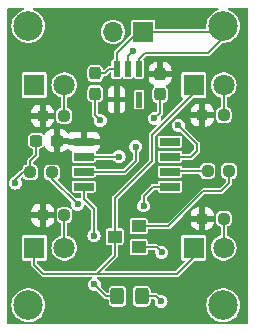
<source format=gbr>
G04 #@! TF.GenerationSoftware,KiCad,Pcbnew,8.0.1*
G04 #@! TF.CreationDate,2025-02-25T23:45:37-07:00*
G04 #@! TF.ProjectId,ColorSensing,436f6c6f-7253-4656-9e73-696e672e6b69,rev?*
G04 #@! TF.SameCoordinates,Original*
G04 #@! TF.FileFunction,Copper,L2,Bot*
G04 #@! TF.FilePolarity,Positive*
%FSLAX46Y46*%
G04 Gerber Fmt 4.6, Leading zero omitted, Abs format (unit mm)*
G04 Created by KiCad (PCBNEW 8.0.1) date 2025-02-25 23:45:37*
%MOMM*%
%LPD*%
G01*
G04 APERTURE LIST*
G04 Aperture macros list*
%AMRoundRect*
0 Rectangle with rounded corners*
0 $1 Rounding radius*
0 $2 $3 $4 $5 $6 $7 $8 $9 X,Y pos of 4 corners*
0 Add a 4 corners polygon primitive as box body*
4,1,4,$2,$3,$4,$5,$6,$7,$8,$9,$2,$3,0*
0 Add four circle primitives for the rounded corners*
1,1,$1+$1,$2,$3*
1,1,$1+$1,$4,$5*
1,1,$1+$1,$6,$7*
1,1,$1+$1,$8,$9*
0 Add four rect primitives between the rounded corners*
20,1,$1+$1,$2,$3,$4,$5,0*
20,1,$1+$1,$4,$5,$6,$7,0*
20,1,$1+$1,$6,$7,$8,$9,0*
20,1,$1+$1,$8,$9,$2,$3,0*%
G04 Aperture macros list end*
G04 #@! TA.AperFunction,SMDPad,CuDef*
%ADD10RoundRect,0.237500X0.300000X0.237500X-0.300000X0.237500X-0.300000X-0.237500X0.300000X-0.237500X0*%
G04 #@! TD*
G04 #@! TA.AperFunction,ComponentPad*
%ADD11C,2.500000*%
G04 #@! TD*
G04 #@! TA.AperFunction,ComponentPad*
%ADD12R,1.800000X1.800000*%
G04 #@! TD*
G04 #@! TA.AperFunction,ComponentPad*
%ADD13C,1.800000*%
G04 #@! TD*
G04 #@! TA.AperFunction,SMDPad,CuDef*
%ADD14R,0.508000X1.320800*%
G04 #@! TD*
G04 #@! TA.AperFunction,SMDPad,CuDef*
%ADD15RoundRect,0.237500X0.237500X-0.300000X0.237500X0.300000X-0.237500X0.300000X-0.237500X-0.300000X0*%
G04 #@! TD*
G04 #@! TA.AperFunction,SMDPad,CuDef*
%ADD16RoundRect,0.237500X-0.237500X0.300000X-0.237500X-0.300000X0.237500X-0.300000X0.237500X0.300000X0*%
G04 #@! TD*
G04 #@! TA.AperFunction,SMDPad,CuDef*
%ADD17RoundRect,0.237500X0.250000X0.237500X-0.250000X0.237500X-0.250000X-0.237500X0.250000X-0.237500X0*%
G04 #@! TD*
G04 #@! TA.AperFunction,SMDPad,CuDef*
%ADD18RoundRect,0.250000X0.325000X0.450000X-0.325000X0.450000X-0.325000X-0.450000X0.325000X-0.450000X0*%
G04 #@! TD*
G04 #@! TA.AperFunction,SMDPad,CuDef*
%ADD19RoundRect,0.237500X-0.250000X-0.237500X0.250000X-0.237500X0.250000X0.237500X-0.250000X0.237500X0*%
G04 #@! TD*
G04 #@! TA.AperFunction,SMDPad,CuDef*
%ADD20R,1.143000X1.016000*%
G04 #@! TD*
G04 #@! TA.AperFunction,SMDPad,CuDef*
%ADD21R,1.700000X0.650000*%
G04 #@! TD*
G04 #@! TA.AperFunction,ComponentPad*
%ADD22R,1.700000X1.700000*%
G04 #@! TD*
G04 #@! TA.AperFunction,ComponentPad*
%ADD23O,1.700000X1.700000*%
G04 #@! TD*
G04 #@! TA.AperFunction,ViaPad*
%ADD24C,0.600000*%
G04 #@! TD*
G04 #@! TA.AperFunction,Conductor*
%ADD25C,0.152400*%
G04 #@! TD*
G04 APERTURE END LIST*
D10*
X120895000Y-79700000D03*
X119170000Y-79700000D03*
D11*
X135000000Y-93640000D03*
D12*
X132500000Y-88780000D03*
D13*
X135040000Y-88780000D03*
D11*
X118500000Y-70000000D03*
D12*
X119000000Y-75000000D03*
D13*
X121540000Y-75000000D03*
D12*
X119000000Y-88780000D03*
D13*
X121540000Y-88780000D03*
D11*
X118500000Y-93640000D03*
X135000000Y-70000000D03*
D12*
X132500000Y-75000000D03*
D13*
X135040000Y-75000000D03*
D14*
X125969999Y-73630000D03*
X126920000Y-73630000D03*
X127870001Y-73630000D03*
X127870001Y-76220800D03*
X125969999Y-76220800D03*
D15*
X124160000Y-75720000D03*
X124160000Y-73995000D03*
D16*
X129650000Y-74055000D03*
X129650000Y-75780000D03*
D17*
X135040000Y-77540000D03*
X133215000Y-77540000D03*
X121530000Y-77610000D03*
X119705000Y-77610000D03*
X121550000Y-86010000D03*
X119725000Y-86010000D03*
X120490000Y-82380000D03*
X118665000Y-82380000D03*
D18*
X128090000Y-92880000D03*
X126040000Y-92880000D03*
D19*
X133670000Y-82270000D03*
X135495000Y-82270000D03*
D20*
X127846000Y-86935000D03*
X127846000Y-88713000D03*
X125814000Y-87824000D03*
D17*
X135045000Y-86310000D03*
X133220000Y-86310000D03*
D21*
X130490000Y-79780000D03*
X130490000Y-81050000D03*
X130490000Y-82320000D03*
X130490000Y-83590000D03*
X123190000Y-83590000D03*
X123190000Y-82320000D03*
X123190000Y-81050000D03*
X123190000Y-79780000D03*
D22*
X128215000Y-70500000D03*
D23*
X125675000Y-70500000D03*
D24*
X127340000Y-72090000D03*
X124580000Y-77980000D03*
X117400000Y-83300000D03*
X128260000Y-85220000D03*
X129740000Y-93300000D03*
X129170000Y-77820000D03*
X129790000Y-89150000D03*
X129670000Y-85830000D03*
X117250000Y-79550000D03*
X136150000Y-80070000D03*
X126180000Y-81050000D03*
X127580000Y-80210000D03*
X131200000Y-78420000D03*
X122670000Y-85100000D03*
X124100000Y-91870000D03*
X124060000Y-87740000D03*
D25*
X128370000Y-72290000D02*
X128360000Y-72280000D01*
X133720000Y-72290000D02*
X128370000Y-72290000D01*
X135000000Y-71010000D02*
X135000000Y-70000000D01*
X133720000Y-72290000D02*
X135000000Y-71010000D01*
X134500000Y-70500000D02*
X135000000Y-70000000D01*
X128215000Y-70500000D02*
X134500000Y-70500000D01*
X127340000Y-72090000D02*
X126920000Y-72510000D01*
X126920000Y-72510000D02*
X126920000Y-73630000D01*
X127750000Y-70500000D02*
X128215000Y-70500000D01*
X125969999Y-72280001D02*
X127750000Y-70500000D01*
X125969999Y-73630000D02*
X125969999Y-72280001D01*
X119000000Y-70500000D02*
X118500000Y-70000000D01*
X125750000Y-70680000D02*
X125570000Y-70500000D01*
X119170000Y-80880000D02*
X119170000Y-79700000D01*
X118665000Y-81385000D02*
X119170000Y-80880000D01*
X118665000Y-82380000D02*
X118665000Y-81385000D01*
X118020000Y-82380000D02*
X117400000Y-83000000D01*
X117400000Y-83000000D02*
X117400000Y-83300000D01*
X128090000Y-92880000D02*
X129320000Y-92880000D01*
X129090000Y-83590000D02*
X130490000Y-83590000D01*
X129353000Y-88713000D02*
X127846000Y-88713000D01*
X118665000Y-82380000D02*
X118020000Y-82380000D01*
X124160000Y-77560000D02*
X124160000Y-75720000D01*
X124580000Y-77980000D02*
X124160000Y-77560000D01*
X129650000Y-77340000D02*
X129170000Y-77820000D01*
X128260000Y-85220000D02*
X128260000Y-84420000D01*
X129650000Y-75780000D02*
X129650000Y-77340000D01*
X129790000Y-89150000D02*
X129353000Y-88713000D01*
X128260000Y-84420000D02*
X129090000Y-83590000D01*
X129320000Y-92880000D02*
X129740000Y-93300000D01*
X121530000Y-75010000D02*
X121540000Y-75000000D01*
X121530000Y-77610000D02*
X121530000Y-75010000D01*
X135040000Y-77540000D02*
X135040000Y-75000000D01*
X121540000Y-86020000D02*
X121550000Y-86010000D01*
X121540000Y-88780000D02*
X121540000Y-86020000D01*
X135040000Y-88780000D02*
X135040000Y-86315000D01*
X135040000Y-86315000D02*
X135045000Y-86310000D01*
X124985000Y-73995000D02*
X125350000Y-73630000D01*
X124160000Y-73995000D02*
X124985000Y-73995000D01*
X125350000Y-73630000D02*
X125969999Y-73630000D01*
X128360000Y-72280000D02*
X127870001Y-72769999D01*
X127870001Y-72769999D02*
X127870001Y-73630000D01*
X125969999Y-70899999D02*
X125750000Y-70680000D01*
X119000000Y-88780000D02*
X119000000Y-90210000D01*
X132500000Y-75690000D02*
X132500000Y-75000000D01*
X125814000Y-87824000D02*
X125814000Y-84566000D01*
X125814000Y-89446000D02*
X125814000Y-87824000D01*
X128970000Y-81410000D02*
X128970000Y-79220000D01*
X119000000Y-90210000D02*
X119760000Y-90970000D01*
X123970000Y-90970000D02*
X124290000Y-90970000D01*
X132500000Y-88780000D02*
X132500000Y-89570000D01*
X119760000Y-90970000D02*
X123970000Y-90970000D01*
X131100000Y-90970000D02*
X123970000Y-90970000D01*
X125814000Y-84566000D02*
X128970000Y-81410000D01*
X124290000Y-90970000D02*
X125814000Y-89446000D01*
X132500000Y-89570000D02*
X131100000Y-90970000D01*
X128970000Y-79220000D02*
X132500000Y-75690000D01*
X135495000Y-83265000D02*
X135495000Y-82270000D01*
X134775000Y-83985000D02*
X135495000Y-83265000D01*
X133315000Y-83985000D02*
X134775000Y-83985000D01*
X130365000Y-86935000D02*
X133315000Y-83985000D01*
X127846000Y-86935000D02*
X130365000Y-86935000D01*
X126180000Y-81050000D02*
X123190000Y-81050000D01*
X126650000Y-82320000D02*
X123190000Y-82320000D01*
X127580000Y-81390000D02*
X126650000Y-82320000D01*
X127580000Y-80210000D02*
X127580000Y-81390000D01*
X133670000Y-82270000D02*
X130540000Y-82270000D01*
X130540000Y-82270000D02*
X130490000Y-82320000D01*
X132290000Y-81050000D02*
X130490000Y-81050000D01*
X132780000Y-80560000D02*
X132290000Y-81050000D01*
X131200000Y-78420000D02*
X132780000Y-80000000D01*
X132780000Y-80000000D02*
X132780000Y-80560000D01*
X122670000Y-85100000D02*
X120490000Y-82920000D01*
X120490000Y-82920000D02*
X120490000Y-82380000D01*
X125110000Y-92880000D02*
X126040000Y-92880000D01*
X124100000Y-91870000D02*
X125110000Y-92880000D01*
X124060000Y-87740000D02*
X124060000Y-85500000D01*
X123190000Y-84630000D02*
X123190000Y-83590000D01*
X124060000Y-85500000D02*
X123190000Y-84630000D01*
G04 #@! TA.AperFunction,Conductor*
G36*
X118095875Y-68508093D02*
G01*
X118121595Y-68552642D01*
X118112662Y-68603300D01*
X118073257Y-68636365D01*
X118072010Y-68636806D01*
X117981598Y-68667844D01*
X117924288Y-68687519D01*
X117924286Y-68687520D01*
X117716118Y-68800175D01*
X117529324Y-68945562D01*
X117529320Y-68945566D01*
X117369006Y-69119714D01*
X117239543Y-69317872D01*
X117239542Y-69317876D01*
X117144458Y-69534644D01*
X117086352Y-69764104D01*
X117086351Y-69764107D01*
X117066805Y-69999998D01*
X117066805Y-70000001D01*
X117086351Y-70235892D01*
X117086352Y-70235895D01*
X117144458Y-70465355D01*
X117239542Y-70682123D01*
X117239543Y-70682127D01*
X117369006Y-70880285D01*
X117529320Y-71054433D01*
X117529324Y-71054437D01*
X117716118Y-71199824D01*
X117868040Y-71282040D01*
X117924292Y-71312482D01*
X117924293Y-71312482D01*
X117924299Y-71312485D01*
X118084731Y-71367561D01*
X118148171Y-71389340D01*
X118381648Y-71428300D01*
X118381651Y-71428300D01*
X118618349Y-71428300D01*
X118618352Y-71428300D01*
X118851829Y-71389340D01*
X119042332Y-71323940D01*
X119075700Y-71312485D01*
X119075702Y-71312484D01*
X119075708Y-71312482D01*
X119283883Y-71199823D01*
X119470677Y-71054436D01*
X119630992Y-70880287D01*
X119747745Y-70701582D01*
X119760456Y-70682127D01*
X119760456Y-70682126D01*
X119760457Y-70682125D01*
X119840345Y-70500000D01*
X124641724Y-70500000D01*
X124661577Y-70701580D01*
X124720374Y-70895411D01*
X124720379Y-70895423D01*
X124815859Y-71074052D01*
X124815863Y-71074058D01*
X124944363Y-71230636D01*
X125053325Y-71320059D01*
X125100943Y-71359138D01*
X125279582Y-71454623D01*
X125279586Y-71454624D01*
X125279588Y-71454625D01*
X125323925Y-71468074D01*
X125473418Y-71513422D01*
X125675000Y-71533276D01*
X125876582Y-71513422D01*
X126070418Y-71454623D01*
X126249057Y-71359138D01*
X126405636Y-71230636D01*
X126534138Y-71074057D01*
X126629623Y-70895418D01*
X126688422Y-70701582D01*
X126708276Y-70500000D01*
X126688422Y-70298418D01*
X126629623Y-70104582D01*
X126534138Y-69925943D01*
X126495059Y-69878325D01*
X126405636Y-69769363D01*
X126249058Y-69640863D01*
X126249059Y-69640863D01*
X126249057Y-69640862D01*
X126249054Y-69640860D01*
X126249052Y-69640859D01*
X126070423Y-69545379D01*
X126070411Y-69545374D01*
X125876579Y-69486577D01*
X125876580Y-69486577D01*
X125675000Y-69466724D01*
X125473419Y-69486577D01*
X125279588Y-69545374D01*
X125279576Y-69545379D01*
X125100947Y-69640859D01*
X125100941Y-69640863D01*
X124944363Y-69769363D01*
X124815863Y-69925941D01*
X124815859Y-69925947D01*
X124720379Y-70104576D01*
X124720374Y-70104588D01*
X124661577Y-70298419D01*
X124641724Y-70500000D01*
X119840345Y-70500000D01*
X119855541Y-70465358D01*
X119913648Y-70235896D01*
X119933195Y-70000000D01*
X119913648Y-69764104D01*
X119855541Y-69534642D01*
X119760457Y-69317875D01*
X119760456Y-69317874D01*
X119760456Y-69317872D01*
X119630993Y-69119714D01*
X119470679Y-68945566D01*
X119470675Y-68945562D01*
X119283881Y-68800175D01*
X119075713Y-68687520D01*
X119075711Y-68687519D01*
X119068568Y-68685067D01*
X118928044Y-68636824D01*
X118888040Y-68604490D01*
X118878178Y-68554005D01*
X118903075Y-68508991D01*
X118951081Y-68490513D01*
X118952463Y-68490500D01*
X134547537Y-68490500D01*
X134595875Y-68508093D01*
X134621595Y-68552642D01*
X134612662Y-68603300D01*
X134573257Y-68636365D01*
X134572010Y-68636806D01*
X134481598Y-68667844D01*
X134424288Y-68687519D01*
X134424286Y-68687520D01*
X134216118Y-68800175D01*
X134029324Y-68945562D01*
X134029320Y-68945566D01*
X133869006Y-69119714D01*
X133739543Y-69317872D01*
X133739542Y-69317876D01*
X133644458Y-69534644D01*
X133586352Y-69764104D01*
X133586351Y-69764107D01*
X133566805Y-69999998D01*
X133566805Y-70000001D01*
X133580402Y-70164090D01*
X133566861Y-70213715D01*
X133524588Y-70243026D01*
X133505459Y-70245500D01*
X129318499Y-70245500D01*
X129270161Y-70227907D01*
X129244441Y-70183358D01*
X129243299Y-70170300D01*
X129243299Y-69632440D01*
X129243298Y-69632435D01*
X129232956Y-69580434D01*
X129232954Y-69580428D01*
X129193548Y-69521454D01*
X129193544Y-69521451D01*
X129134569Y-69482045D01*
X129134567Y-69482044D01*
X129082561Y-69471700D01*
X127347440Y-69471700D01*
X127347435Y-69471701D01*
X127295434Y-69482043D01*
X127295428Y-69482045D01*
X127236454Y-69521451D01*
X127197045Y-69580431D01*
X127197044Y-69580432D01*
X127186700Y-69632438D01*
X127186700Y-70672233D01*
X127169107Y-70720571D01*
X127164674Y-70725407D01*
X125754244Y-72135836D01*
X125715499Y-72229377D01*
X125715499Y-72726191D01*
X125697906Y-72774529D01*
X125654968Y-72799946D01*
X125646433Y-72801643D01*
X125646427Y-72801645D01*
X125587453Y-72841051D01*
X125548044Y-72900031D01*
X125548043Y-72900032D01*
X125537699Y-72952038D01*
X125537699Y-73300300D01*
X125520106Y-73348638D01*
X125475557Y-73374358D01*
X125462499Y-73375500D01*
X125299377Y-73375500D01*
X125205835Y-73414245D01*
X124937417Y-73682664D01*
X124890797Y-73704404D01*
X124841110Y-73691090D01*
X124811605Y-73648953D01*
X124809973Y-73641278D01*
X124797879Y-73564909D01*
X124738082Y-73447552D01*
X124738081Y-73447550D01*
X124644949Y-73354418D01*
X124527591Y-73294621D01*
X124527593Y-73294621D01*
X124478908Y-73286910D01*
X124430225Y-73279200D01*
X124430223Y-73279200D01*
X123889781Y-73279200D01*
X123889769Y-73279201D01*
X123792410Y-73294619D01*
X123675050Y-73354418D01*
X123581918Y-73447550D01*
X123522121Y-73564907D01*
X123506700Y-73662273D01*
X123506700Y-74327718D01*
X123506701Y-74327730D01*
X123522119Y-74425089D01*
X123581918Y-74542449D01*
X123675050Y-74635581D01*
X123675052Y-74635582D01*
X123792407Y-74695378D01*
X123792409Y-74695379D01*
X123889775Y-74710800D01*
X124430224Y-74710799D01*
X124436841Y-74709750D01*
X124527589Y-74695380D01*
X124527593Y-74695378D01*
X124644948Y-74635582D01*
X124738082Y-74542448D01*
X124797879Y-74425091D01*
X124813300Y-74327725D01*
X124813300Y-74324700D01*
X124830893Y-74276362D01*
X124875442Y-74250642D01*
X124888500Y-74249500D01*
X125035622Y-74249500D01*
X125035623Y-74249500D01*
X125129163Y-74210755D01*
X125409326Y-73930591D01*
X125455946Y-73908852D01*
X125505633Y-73922166D01*
X125535138Y-73964303D01*
X125537700Y-73983766D01*
X125537700Y-74307964D01*
X125548042Y-74359965D01*
X125548044Y-74359971D01*
X125587450Y-74418945D01*
X125587451Y-74418945D01*
X125587452Y-74418947D01*
X125646430Y-74458355D01*
X125698438Y-74468700D01*
X126241559Y-74468699D01*
X126267563Y-74463527D01*
X126293564Y-74458356D01*
X126293565Y-74458355D01*
X126293568Y-74458355D01*
X126293568Y-74458354D01*
X126293570Y-74458354D01*
X126336125Y-74429919D01*
X126352546Y-74418947D01*
X126382472Y-74374158D01*
X126423955Y-74343741D01*
X126475285Y-74347105D01*
X126507525Y-74374158D01*
X126537451Y-74418945D01*
X126537452Y-74418945D01*
X126537453Y-74418947D01*
X126596431Y-74458355D01*
X126648439Y-74468700D01*
X127191560Y-74468699D01*
X127217564Y-74463527D01*
X127243565Y-74458356D01*
X127243566Y-74458355D01*
X127243569Y-74458355D01*
X127243569Y-74458354D01*
X127243571Y-74458354D01*
X127286126Y-74429919D01*
X127302547Y-74418947D01*
X127332473Y-74374158D01*
X127373956Y-74343741D01*
X127425286Y-74347105D01*
X127457526Y-74374158D01*
X127487452Y-74418945D01*
X127487453Y-74418945D01*
X127487454Y-74418947D01*
X127546432Y-74458355D01*
X127598440Y-74468700D01*
X128141561Y-74468699D01*
X128167565Y-74463527D01*
X128193566Y-74458356D01*
X128193567Y-74458355D01*
X128193570Y-74458355D01*
X128193570Y-74458354D01*
X128193572Y-74458354D01*
X128243356Y-74425089D01*
X128252548Y-74418947D01*
X128291956Y-74359969D01*
X128302301Y-74307961D01*
X128302301Y-73805000D01*
X128675000Y-73805000D01*
X129400000Y-73805000D01*
X129400000Y-73017500D01*
X129900000Y-73017500D01*
X129900000Y-73805000D01*
X130624999Y-73805000D01*
X130624999Y-73705858D01*
X130614679Y-73604844D01*
X130560451Y-73441194D01*
X130469947Y-73294465D01*
X130469944Y-73294461D01*
X130348038Y-73172555D01*
X130348034Y-73172552D01*
X130201304Y-73082048D01*
X130201305Y-73082048D01*
X130037652Y-73027820D01*
X130037650Y-73027819D01*
X129936641Y-73017500D01*
X129900000Y-73017500D01*
X129400000Y-73017500D01*
X129399999Y-73017499D01*
X129363359Y-73017500D01*
X129262344Y-73027820D01*
X129098694Y-73082048D01*
X128951965Y-73172552D01*
X128951961Y-73172555D01*
X128830055Y-73294461D01*
X128830052Y-73294465D01*
X128739548Y-73441194D01*
X128685320Y-73604847D01*
X128685319Y-73604849D01*
X128675000Y-73705859D01*
X128675000Y-73805000D01*
X128302301Y-73805000D01*
X128302300Y-72952040D01*
X128302158Y-72951328D01*
X128291957Y-72900034D01*
X128291955Y-72900028D01*
X128249310Y-72836207D01*
X128237083Y-72786242D01*
X128258660Y-72741256D01*
X128433392Y-72566524D01*
X128480011Y-72544786D01*
X128486565Y-72544500D01*
X133770622Y-72544500D01*
X133770623Y-72544500D01*
X133864163Y-72505755D01*
X134919591Y-71450325D01*
X134966211Y-71428586D01*
X134972765Y-71428300D01*
X135118349Y-71428300D01*
X135118352Y-71428300D01*
X135351829Y-71389340D01*
X135542332Y-71323940D01*
X135575700Y-71312485D01*
X135575702Y-71312484D01*
X135575708Y-71312482D01*
X135783883Y-71199823D01*
X135970677Y-71054436D01*
X136130992Y-70880287D01*
X136247745Y-70701582D01*
X136260456Y-70682127D01*
X136260456Y-70682126D01*
X136260457Y-70682125D01*
X136355541Y-70465358D01*
X136413648Y-70235896D01*
X136433195Y-70000000D01*
X136413648Y-69764104D01*
X136355541Y-69534642D01*
X136260457Y-69317875D01*
X136260456Y-69317874D01*
X136260456Y-69317872D01*
X136130993Y-69119714D01*
X135970679Y-68945566D01*
X135970675Y-68945562D01*
X135783881Y-68800175D01*
X135575713Y-68687520D01*
X135575711Y-68687519D01*
X135568568Y-68685067D01*
X135428044Y-68636824D01*
X135388040Y-68604490D01*
X135378178Y-68554005D01*
X135403075Y-68508991D01*
X135451081Y-68490513D01*
X135452463Y-68490500D01*
X137044300Y-68490500D01*
X137092638Y-68508093D01*
X137118358Y-68552642D01*
X137119500Y-68565700D01*
X137119500Y-95164300D01*
X137101907Y-95212638D01*
X137057358Y-95238358D01*
X137044300Y-95239500D01*
X116765700Y-95239500D01*
X116717362Y-95221907D01*
X116691642Y-95177358D01*
X116690500Y-95164300D01*
X116690500Y-93640001D01*
X117066805Y-93640001D01*
X117086351Y-93875892D01*
X117086352Y-93875895D01*
X117144458Y-94105355D01*
X117239542Y-94322123D01*
X117239543Y-94322127D01*
X117369006Y-94520285D01*
X117529320Y-94694433D01*
X117529324Y-94694437D01*
X117716118Y-94839824D01*
X117924286Y-94952479D01*
X117924292Y-94952482D01*
X117924293Y-94952482D01*
X117924299Y-94952485D01*
X118093293Y-95010500D01*
X118148171Y-95029340D01*
X118381648Y-95068300D01*
X118381651Y-95068300D01*
X118618349Y-95068300D01*
X118618352Y-95068300D01*
X118851829Y-95029340D01*
X119003902Y-94977132D01*
X119075700Y-94952485D01*
X119075702Y-94952484D01*
X119075708Y-94952482D01*
X119283883Y-94839823D01*
X119470677Y-94694436D01*
X119630992Y-94520287D01*
X119760457Y-94322125D01*
X119855541Y-94105358D01*
X119913648Y-93875896D01*
X119933195Y-93640000D01*
X119913648Y-93404104D01*
X119855541Y-93174642D01*
X119760457Y-92957875D01*
X119760456Y-92957874D01*
X119760456Y-92957872D01*
X119630993Y-92759714D01*
X119470679Y-92585566D01*
X119470675Y-92585562D01*
X119283881Y-92440175D01*
X119075713Y-92327520D01*
X119075700Y-92327514D01*
X118851842Y-92250664D01*
X118851836Y-92250662D01*
X118851829Y-92250660D01*
X118851822Y-92250658D01*
X118851819Y-92250658D01*
X118618357Y-92211700D01*
X118618352Y-92211700D01*
X118381648Y-92211700D01*
X118381642Y-92211700D01*
X118148180Y-92250658D01*
X118148174Y-92250659D01*
X118148171Y-92250660D01*
X118148166Y-92250661D01*
X118148157Y-92250664D01*
X117924299Y-92327514D01*
X117924286Y-92327520D01*
X117716118Y-92440175D01*
X117529324Y-92585562D01*
X117529320Y-92585566D01*
X117369006Y-92759714D01*
X117239543Y-92957872D01*
X117239542Y-92957876D01*
X117144458Y-93174644D01*
X117086352Y-93404104D01*
X117086351Y-93404107D01*
X117066805Y-93639998D01*
X117066805Y-93640001D01*
X116690500Y-93640001D01*
X116690500Y-89697559D01*
X117921700Y-89697559D01*
X117921701Y-89697564D01*
X117932043Y-89749565D01*
X117932045Y-89749571D01*
X117971451Y-89808545D01*
X117971452Y-89808545D01*
X117971453Y-89808547D01*
X118030431Y-89847955D01*
X118082439Y-89858300D01*
X118670300Y-89858299D01*
X118718638Y-89875892D01*
X118744358Y-89920441D01*
X118745500Y-89933499D01*
X118745500Y-90260623D01*
X118784245Y-90354164D01*
X119539952Y-91109869D01*
X119539965Y-91109884D01*
X119615835Y-91185754D01*
X119615836Y-91185754D01*
X119615837Y-91185755D01*
X119709377Y-91224500D01*
X119709378Y-91224500D01*
X123841793Y-91224500D01*
X123890131Y-91242093D01*
X123915851Y-91286642D01*
X123906918Y-91337300D01*
X123870570Y-91369176D01*
X123822373Y-91389139D01*
X123707378Y-91477378D01*
X123619139Y-91592373D01*
X123563671Y-91726288D01*
X123563670Y-91726291D01*
X123544750Y-91870000D01*
X123563670Y-92013709D01*
X123563671Y-92013711D01*
X123619139Y-92147626D01*
X123707378Y-92262621D01*
X123822373Y-92350860D01*
X123822374Y-92350860D01*
X123822375Y-92350861D01*
X123956291Y-92406330D01*
X124100000Y-92425250D01*
X124235842Y-92407365D01*
X124286061Y-92418499D01*
X124298830Y-92428748D01*
X124965834Y-93095753D01*
X124965835Y-93095753D01*
X124965837Y-93095755D01*
X125059377Y-93134501D01*
X125059378Y-93134501D01*
X125169375Y-93134501D01*
X125169383Y-93134500D01*
X125211501Y-93134500D01*
X125259839Y-93152093D01*
X125285559Y-93196642D01*
X125286701Y-93209700D01*
X125286701Y-93381591D01*
X125289412Y-93410525D01*
X125332054Y-93532389D01*
X125332056Y-93532392D01*
X125408725Y-93636275D01*
X125512607Y-93712943D01*
X125512610Y-93712945D01*
X125541863Y-93723180D01*
X125634475Y-93755587D01*
X125663407Y-93758300D01*
X126416592Y-93758299D01*
X126445525Y-93755587D01*
X126567392Y-93712944D01*
X126671275Y-93636275D01*
X126747944Y-93532392D01*
X126790587Y-93410525D01*
X126793300Y-93381593D01*
X126793300Y-93381591D01*
X127336700Y-93381591D01*
X127339412Y-93410525D01*
X127382054Y-93532389D01*
X127382056Y-93532392D01*
X127458725Y-93636275D01*
X127562607Y-93712943D01*
X127562610Y-93712945D01*
X127591863Y-93723180D01*
X127684475Y-93755587D01*
X127713407Y-93758300D01*
X128466592Y-93758299D01*
X128495525Y-93755587D01*
X128617392Y-93712944D01*
X128721275Y-93636275D01*
X128797944Y-93532392D01*
X128840587Y-93410525D01*
X128843299Y-93381600D01*
X128843300Y-93381599D01*
X128843300Y-93209700D01*
X128860893Y-93161362D01*
X128905442Y-93135642D01*
X128918500Y-93134500D01*
X129120790Y-93134500D01*
X129169128Y-93152093D01*
X129194848Y-93196642D01*
X129195346Y-93219510D01*
X129184750Y-93300000D01*
X129203670Y-93443709D01*
X129203671Y-93443711D01*
X129259139Y-93577626D01*
X129347378Y-93692621D01*
X129462373Y-93780860D01*
X129462374Y-93780860D01*
X129462375Y-93780861D01*
X129596291Y-93836330D01*
X129740000Y-93855250D01*
X129883709Y-93836330D01*
X130017625Y-93780861D01*
X130132621Y-93692621D01*
X130172998Y-93640001D01*
X133566805Y-93640001D01*
X133586351Y-93875892D01*
X133586352Y-93875895D01*
X133644458Y-94105355D01*
X133739542Y-94322123D01*
X133739543Y-94322127D01*
X133869006Y-94520285D01*
X134029320Y-94694433D01*
X134029324Y-94694437D01*
X134216118Y-94839824D01*
X134424286Y-94952479D01*
X134424292Y-94952482D01*
X134424293Y-94952482D01*
X134424299Y-94952485D01*
X134593293Y-95010500D01*
X134648171Y-95029340D01*
X134881648Y-95068300D01*
X134881651Y-95068300D01*
X135118349Y-95068300D01*
X135118352Y-95068300D01*
X135351829Y-95029340D01*
X135503902Y-94977132D01*
X135575700Y-94952485D01*
X135575702Y-94952484D01*
X135575708Y-94952482D01*
X135783883Y-94839823D01*
X135970677Y-94694436D01*
X136130992Y-94520287D01*
X136260457Y-94322125D01*
X136355541Y-94105358D01*
X136413648Y-93875896D01*
X136433195Y-93640000D01*
X136413648Y-93404104D01*
X136355541Y-93174642D01*
X136260457Y-92957875D01*
X136260456Y-92957874D01*
X136260456Y-92957872D01*
X136130993Y-92759714D01*
X135970679Y-92585566D01*
X135970675Y-92585562D01*
X135783881Y-92440175D01*
X135575713Y-92327520D01*
X135575700Y-92327514D01*
X135351842Y-92250664D01*
X135351836Y-92250662D01*
X135351829Y-92250660D01*
X135351822Y-92250658D01*
X135351819Y-92250658D01*
X135118357Y-92211700D01*
X135118352Y-92211700D01*
X134881648Y-92211700D01*
X134881642Y-92211700D01*
X134648180Y-92250658D01*
X134648174Y-92250659D01*
X134648171Y-92250660D01*
X134648166Y-92250661D01*
X134648157Y-92250664D01*
X134424299Y-92327514D01*
X134424286Y-92327520D01*
X134216118Y-92440175D01*
X134029324Y-92585562D01*
X134029320Y-92585566D01*
X133869006Y-92759714D01*
X133739543Y-92957872D01*
X133739542Y-92957876D01*
X133644458Y-93174644D01*
X133586352Y-93404104D01*
X133586351Y-93404107D01*
X133566805Y-93639998D01*
X133566805Y-93640001D01*
X130172998Y-93640001D01*
X130220861Y-93577625D01*
X130276330Y-93443709D01*
X130295250Y-93300000D01*
X130276330Y-93156291D01*
X130220861Y-93022375D01*
X130220860Y-93022374D01*
X130220860Y-93022373D01*
X130132621Y-92907378D01*
X130017626Y-92819139D01*
X129883711Y-92763671D01*
X129883709Y-92763670D01*
X129740000Y-92744750D01*
X129739999Y-92744750D01*
X129604158Y-92762634D01*
X129553938Y-92751500D01*
X129541173Y-92741255D01*
X129464163Y-92664245D01*
X129464162Y-92664244D01*
X129370623Y-92625500D01*
X128918499Y-92625500D01*
X128870161Y-92607907D01*
X128844441Y-92563358D01*
X128843299Y-92550300D01*
X128843299Y-92378408D01*
X128840587Y-92349474D01*
X128797945Y-92227610D01*
X128797943Y-92227607D01*
X128786203Y-92211700D01*
X128721275Y-92123725D01*
X128617392Y-92047056D01*
X128617389Y-92047054D01*
X128522097Y-92013711D01*
X128495525Y-92004413D01*
X128495520Y-92004412D01*
X128495518Y-92004412D01*
X128466600Y-92001700D01*
X127713408Y-92001700D01*
X127684474Y-92004412D01*
X127562610Y-92047054D01*
X127562607Y-92047056D01*
X127458725Y-92123725D01*
X127382056Y-92227607D01*
X127382054Y-92227610D01*
X127369804Y-92262621D01*
X127339414Y-92349474D01*
X127339412Y-92349481D01*
X127336700Y-92378398D01*
X127336700Y-93381591D01*
X126793300Y-93381591D01*
X126793299Y-92378408D01*
X126790587Y-92349475D01*
X126756010Y-92250660D01*
X126747945Y-92227610D01*
X126747943Y-92227607D01*
X126736203Y-92211700D01*
X126671275Y-92123725D01*
X126567392Y-92047056D01*
X126567389Y-92047054D01*
X126472097Y-92013711D01*
X126445525Y-92004413D01*
X126445520Y-92004412D01*
X126445518Y-92004412D01*
X126416600Y-92001700D01*
X125663408Y-92001700D01*
X125634474Y-92004412D01*
X125512610Y-92047054D01*
X125512607Y-92047056D01*
X125408725Y-92123725D01*
X125332056Y-92227607D01*
X125332054Y-92227610D01*
X125319804Y-92262621D01*
X125289414Y-92349474D01*
X125289412Y-92349481D01*
X125286700Y-92378398D01*
X125286700Y-92515234D01*
X125269107Y-92563572D01*
X125224558Y-92589292D01*
X125173900Y-92580359D01*
X125158326Y-92568408D01*
X124658748Y-92068830D01*
X124637008Y-92022210D01*
X124637364Y-92005849D01*
X124655250Y-91870000D01*
X124636330Y-91726291D01*
X124580861Y-91592375D01*
X124580860Y-91592374D01*
X124580860Y-91592373D01*
X124492621Y-91477378D01*
X124377626Y-91389139D01*
X124329430Y-91369176D01*
X124291504Y-91334424D01*
X124284789Y-91283424D01*
X124312428Y-91240040D01*
X124358207Y-91224500D01*
X131150622Y-91224500D01*
X131150623Y-91224500D01*
X131244163Y-91185755D01*
X132549592Y-89880324D01*
X132596212Y-89858585D01*
X132602766Y-89858299D01*
X133417560Y-89858299D01*
X133443564Y-89853127D01*
X133469565Y-89847956D01*
X133469566Y-89847955D01*
X133469569Y-89847955D01*
X133469569Y-89847954D01*
X133469571Y-89847954D01*
X133509043Y-89821579D01*
X133528547Y-89808547D01*
X133567955Y-89749569D01*
X133578300Y-89697561D01*
X133578299Y-88780000D01*
X133957080Y-88780000D01*
X133974560Y-88968642D01*
X133975519Y-88978985D01*
X133975520Y-88978994D01*
X134030204Y-89171187D01*
X134030210Y-89171203D01*
X134119280Y-89350080D01*
X134239708Y-89509554D01*
X134239711Y-89509557D01*
X134387392Y-89644187D01*
X134557297Y-89749388D01*
X134557299Y-89749388D01*
X134557301Y-89749390D01*
X134743645Y-89821580D01*
X134940081Y-89858300D01*
X134940086Y-89858300D01*
X135139914Y-89858300D01*
X135139919Y-89858300D01*
X135336355Y-89821580D01*
X135522699Y-89749390D01*
X135692605Y-89644189D01*
X135840288Y-89509558D01*
X135960717Y-89350084D01*
X136049793Y-89171196D01*
X136100106Y-88994362D01*
X136104479Y-88978994D01*
X136104479Y-88978992D01*
X136104481Y-88978986D01*
X136122920Y-88780000D01*
X136104481Y-88581014D01*
X136104479Y-88581008D01*
X136104479Y-88581005D01*
X136053425Y-88401569D01*
X136049793Y-88388804D01*
X136030251Y-88349559D01*
X135960719Y-88209919D01*
X135840291Y-88050445D01*
X135840288Y-88050442D01*
X135692607Y-87915812D01*
X135522703Y-87810612D01*
X135522700Y-87810611D01*
X135522699Y-87810610D01*
X135455421Y-87784546D01*
X135342534Y-87740813D01*
X135303816Y-87706946D01*
X135294500Y-87670691D01*
X135294500Y-87032788D01*
X135312093Y-86984450D01*
X135356642Y-86958730D01*
X135357938Y-86958514D01*
X135425089Y-86947880D01*
X135425093Y-86947878D01*
X135542448Y-86888082D01*
X135635582Y-86794948D01*
X135695379Y-86677591D01*
X135710800Y-86580225D01*
X135710799Y-86039776D01*
X135708199Y-86023358D01*
X135695380Y-85942410D01*
X135635581Y-85825050D01*
X135542449Y-85731918D01*
X135425091Y-85672121D01*
X135425093Y-85672121D01*
X135376408Y-85664410D01*
X135327725Y-85656700D01*
X135327723Y-85656700D01*
X134762281Y-85656700D01*
X134762269Y-85656701D01*
X134664910Y-85672119D01*
X134547550Y-85731918D01*
X134454418Y-85825050D01*
X134394621Y-85942407D01*
X134379200Y-86039773D01*
X134379200Y-86580218D01*
X134379201Y-86580230D01*
X134394619Y-86677589D01*
X134454418Y-86794949D01*
X134547550Y-86888081D01*
X134547552Y-86888082D01*
X134664907Y-86947878D01*
X134664909Y-86947879D01*
X134722064Y-86956931D01*
X134767054Y-86981869D01*
X134785489Y-87029892D01*
X134785500Y-87031205D01*
X134785500Y-87670691D01*
X134767907Y-87719029D01*
X134737466Y-87740813D01*
X134571158Y-87805241D01*
X134557761Y-87810432D01*
X134557296Y-87810612D01*
X134387392Y-87915812D01*
X134239711Y-88050442D01*
X134239708Y-88050445D01*
X134119280Y-88209919D01*
X134030210Y-88388796D01*
X134030204Y-88388812D01*
X133975520Y-88581005D01*
X133975519Y-88581014D01*
X133957080Y-88780000D01*
X133578299Y-88780000D01*
X133578299Y-87862440D01*
X133567955Y-87810431D01*
X133567954Y-87810428D01*
X133528548Y-87751454D01*
X133511406Y-87740000D01*
X133469569Y-87712045D01*
X133469567Y-87712044D01*
X133417561Y-87701700D01*
X131582440Y-87701700D01*
X131582435Y-87701701D01*
X131530434Y-87712043D01*
X131530428Y-87712045D01*
X131471454Y-87751451D01*
X131432045Y-87810431D01*
X131432044Y-87810432D01*
X131421700Y-87862438D01*
X131421700Y-89697559D01*
X131421701Y-89697564D01*
X131432043Y-89749565D01*
X131432045Y-89749571D01*
X131471451Y-89808545D01*
X131471452Y-89808545D01*
X131471453Y-89808547D01*
X131530431Y-89847955D01*
X131582439Y-89858300D01*
X131670233Y-89858299D01*
X131718570Y-89875892D01*
X131744290Y-89920440D01*
X131735359Y-89971098D01*
X131723407Y-89986673D01*
X131016607Y-90693474D01*
X130969988Y-90715214D01*
X130963434Y-90715500D01*
X125085966Y-90715500D01*
X125037628Y-90697907D01*
X125011908Y-90653358D01*
X125020841Y-90602700D01*
X125032788Y-90587129D01*
X125958161Y-89661755D01*
X125958163Y-89661755D01*
X126029755Y-89590163D01*
X126068500Y-89496623D01*
X126068500Y-89238559D01*
X127096200Y-89238559D01*
X127096201Y-89238564D01*
X127106543Y-89290565D01*
X127106545Y-89290571D01*
X127145951Y-89349545D01*
X127145952Y-89349545D01*
X127145953Y-89349547D01*
X127204931Y-89388955D01*
X127256939Y-89399300D01*
X128435060Y-89399299D01*
X128461064Y-89394127D01*
X128487065Y-89388956D01*
X128487066Y-89388955D01*
X128487069Y-89388955D01*
X128487069Y-89388954D01*
X128487071Y-89388954D01*
X128545249Y-89350080D01*
X128546047Y-89349547D01*
X128585455Y-89290569D01*
X128595800Y-89238561D01*
X128595800Y-89042700D01*
X128613393Y-88994362D01*
X128657942Y-88968642D01*
X128671000Y-88967500D01*
X129173028Y-88967500D01*
X129221366Y-88985093D01*
X129247086Y-89029642D01*
X129247584Y-89052511D01*
X129234750Y-89150000D01*
X129253670Y-89293709D01*
X129269918Y-89332936D01*
X129309139Y-89427626D01*
X129397378Y-89542621D01*
X129512373Y-89630860D01*
X129512374Y-89630860D01*
X129512375Y-89630861D01*
X129646291Y-89686330D01*
X129790000Y-89705250D01*
X129933709Y-89686330D01*
X130067625Y-89630861D01*
X130182621Y-89542621D01*
X130270861Y-89427625D01*
X130326330Y-89293709D01*
X130345250Y-89150000D01*
X130326330Y-89006291D01*
X130270861Y-88872375D01*
X130270860Y-88872374D01*
X130270860Y-88872373D01*
X130182621Y-88757378D01*
X130067626Y-88669139D01*
X129933711Y-88613671D01*
X129933709Y-88613670D01*
X129790000Y-88594750D01*
X129789999Y-88594750D01*
X129654158Y-88612634D01*
X129603938Y-88601500D01*
X129591173Y-88591255D01*
X129497163Y-88497245D01*
X129497162Y-88497244D01*
X129403623Y-88458500D01*
X128670999Y-88458500D01*
X128622661Y-88440907D01*
X128596941Y-88396358D01*
X128595799Y-88383300D01*
X128595799Y-88187440D01*
X128595798Y-88187435D01*
X128585456Y-88135434D01*
X128585454Y-88135428D01*
X128546048Y-88076454D01*
X128507123Y-88050445D01*
X128487069Y-88037045D01*
X128487067Y-88037044D01*
X128435061Y-88026700D01*
X127256940Y-88026700D01*
X127256935Y-88026701D01*
X127204934Y-88037043D01*
X127204928Y-88037045D01*
X127145954Y-88076451D01*
X127106545Y-88135431D01*
X127106544Y-88135432D01*
X127096200Y-88187438D01*
X127096200Y-89238559D01*
X126068500Y-89238559D01*
X126068500Y-88585499D01*
X126086093Y-88537161D01*
X126130642Y-88511441D01*
X126143700Y-88510299D01*
X126403060Y-88510299D01*
X126429064Y-88505127D01*
X126455065Y-88499956D01*
X126455066Y-88499955D01*
X126455069Y-88499955D01*
X126455069Y-88499954D01*
X126455071Y-88499954D01*
X126484558Y-88480251D01*
X126514047Y-88460547D01*
X126553455Y-88401569D01*
X126563800Y-88349561D01*
X126563799Y-87460559D01*
X127096200Y-87460559D01*
X127096201Y-87460564D01*
X127106543Y-87512565D01*
X127106545Y-87512571D01*
X127145951Y-87571545D01*
X127145952Y-87571545D01*
X127145953Y-87571547D01*
X127204931Y-87610955D01*
X127256939Y-87621300D01*
X128435060Y-87621299D01*
X128461064Y-87616127D01*
X128487065Y-87610956D01*
X128487066Y-87610955D01*
X128487069Y-87610955D01*
X128487069Y-87610954D01*
X128487071Y-87610954D01*
X128516558Y-87591251D01*
X128546047Y-87571547D01*
X128585455Y-87512569D01*
X128595800Y-87460561D01*
X128595800Y-87264700D01*
X128613393Y-87216362D01*
X128657942Y-87190642D01*
X128671000Y-87189500D01*
X130415622Y-87189500D01*
X130415623Y-87189500D01*
X130509163Y-87150755D01*
X131099918Y-86560000D01*
X132232501Y-86560000D01*
X132232501Y-86596641D01*
X132242820Y-86697655D01*
X132297048Y-86861305D01*
X132387552Y-87008034D01*
X132387555Y-87008038D01*
X132509461Y-87129944D01*
X132509465Y-87129947D01*
X132656195Y-87220451D01*
X132656194Y-87220451D01*
X132819847Y-87274679D01*
X132819849Y-87274680D01*
X132920858Y-87284999D01*
X132969999Y-87284998D01*
X132970000Y-87284998D01*
X132970000Y-86560000D01*
X133470000Y-86560000D01*
X133470000Y-87284999D01*
X133519141Y-87284999D01*
X133620155Y-87274679D01*
X133783805Y-87220451D01*
X133930534Y-87129947D01*
X133930538Y-87129944D01*
X134052444Y-87008038D01*
X134052447Y-87008034D01*
X134142951Y-86861305D01*
X134197179Y-86697652D01*
X134197180Y-86697650D01*
X134207500Y-86596640D01*
X134207500Y-86560000D01*
X133470000Y-86560000D01*
X132970000Y-86560000D01*
X132232501Y-86560000D01*
X131099918Y-86560000D01*
X131599918Y-86060000D01*
X132232500Y-86060000D01*
X132970000Y-86060000D01*
X132970000Y-85335000D01*
X133470000Y-85335000D01*
X133470000Y-86060000D01*
X134207499Y-86060000D01*
X134207499Y-86023358D01*
X134197179Y-85922344D01*
X134142951Y-85758694D01*
X134052447Y-85611965D01*
X134052444Y-85611961D01*
X133930538Y-85490055D01*
X133930534Y-85490052D01*
X133783804Y-85399548D01*
X133783805Y-85399548D01*
X133620152Y-85345320D01*
X133620150Y-85345319D01*
X133519141Y-85335000D01*
X133470000Y-85335000D01*
X132970000Y-85335000D01*
X132970000Y-85334999D01*
X132920859Y-85335000D01*
X132819844Y-85345320D01*
X132656194Y-85399548D01*
X132509465Y-85490052D01*
X132509461Y-85490055D01*
X132387555Y-85611961D01*
X132387552Y-85611965D01*
X132297048Y-85758694D01*
X132242820Y-85922347D01*
X132242819Y-85922349D01*
X132232500Y-86023359D01*
X132232500Y-86060000D01*
X131599918Y-86060000D01*
X133398392Y-84261526D01*
X133445012Y-84239786D01*
X133451566Y-84239500D01*
X134825622Y-84239500D01*
X134825623Y-84239500D01*
X134919163Y-84200755D01*
X135710755Y-83409163D01*
X135749501Y-83315623D01*
X135749501Y-83214377D01*
X135749501Y-83208322D01*
X135749500Y-83208308D01*
X135749500Y-82991996D01*
X135767093Y-82943658D01*
X135811642Y-82917938D01*
X135812809Y-82917742D01*
X135875091Y-82907879D01*
X135992448Y-82848082D01*
X136085582Y-82754948D01*
X136145379Y-82637591D01*
X136160800Y-82540225D01*
X136160799Y-81999776D01*
X136157262Y-81977440D01*
X136145380Y-81902410D01*
X136085581Y-81785050D01*
X135992449Y-81691918D01*
X135875091Y-81632121D01*
X135875093Y-81632121D01*
X135826408Y-81624410D01*
X135777725Y-81616700D01*
X135777723Y-81616700D01*
X135212281Y-81616700D01*
X135212269Y-81616701D01*
X135114910Y-81632119D01*
X134997550Y-81691918D01*
X134904418Y-81785050D01*
X134844621Y-81902407D01*
X134829200Y-81999773D01*
X134829200Y-82540218D01*
X134829201Y-82540230D01*
X134844619Y-82637589D01*
X134904418Y-82754949D01*
X134997550Y-82848081D01*
X134997552Y-82848082D01*
X135114909Y-82907879D01*
X135177065Y-82917723D01*
X135222053Y-82942659D01*
X135240489Y-82990682D01*
X135240500Y-82991996D01*
X135240500Y-83128434D01*
X135222907Y-83176772D01*
X135218474Y-83181608D01*
X134691608Y-83708474D01*
X134644988Y-83730214D01*
X134638434Y-83730500D01*
X133264377Y-83730500D01*
X133170835Y-83769245D01*
X130281608Y-86658474D01*
X130234988Y-86680214D01*
X130228434Y-86680500D01*
X128670999Y-86680500D01*
X128622661Y-86662907D01*
X128596941Y-86618358D01*
X128595799Y-86605300D01*
X128595799Y-86409440D01*
X128595798Y-86409435D01*
X128585456Y-86357434D01*
X128585454Y-86357428D01*
X128546048Y-86298454D01*
X128543335Y-86296641D01*
X128487069Y-86259045D01*
X128487067Y-86259044D01*
X128435061Y-86248700D01*
X127256940Y-86248700D01*
X127256935Y-86248701D01*
X127204934Y-86259043D01*
X127204928Y-86259045D01*
X127145954Y-86298451D01*
X127106545Y-86357431D01*
X127106544Y-86357432D01*
X127096200Y-86409438D01*
X127096200Y-87460559D01*
X126563799Y-87460559D01*
X126563799Y-87298440D01*
X126561126Y-87284998D01*
X126553456Y-87246434D01*
X126553454Y-87246428D01*
X126514048Y-87187454D01*
X126514044Y-87187451D01*
X126455069Y-87148045D01*
X126455067Y-87148044D01*
X126403062Y-87137700D01*
X126403061Y-87137700D01*
X126143700Y-87137700D01*
X126095362Y-87120107D01*
X126069642Y-87075558D01*
X126068500Y-87062500D01*
X126068500Y-85220000D01*
X127704750Y-85220000D01*
X127723670Y-85363709D01*
X127727154Y-85372121D01*
X127779139Y-85497626D01*
X127867378Y-85612621D01*
X127982373Y-85700860D01*
X127982374Y-85700860D01*
X127982375Y-85700861D01*
X128116291Y-85756330D01*
X128260000Y-85775250D01*
X128403709Y-85756330D01*
X128537625Y-85700861D01*
X128652621Y-85612621D01*
X128740861Y-85497625D01*
X128796330Y-85363709D01*
X128815250Y-85220000D01*
X128796330Y-85076291D01*
X128740861Y-84942375D01*
X128740860Y-84942374D01*
X128740860Y-84942373D01*
X128652621Y-84827378D01*
X128543921Y-84743970D01*
X128516283Y-84700586D01*
X128514500Y-84684310D01*
X128514500Y-84556565D01*
X128532093Y-84508227D01*
X128536526Y-84503391D01*
X129173391Y-83866526D01*
X129220011Y-83844786D01*
X129226565Y-83844500D01*
X129386501Y-83844500D01*
X129434839Y-83862093D01*
X129460559Y-83906642D01*
X129461701Y-83919700D01*
X129461701Y-83932564D01*
X129472043Y-83984565D01*
X129472045Y-83984571D01*
X129511451Y-84043545D01*
X129511452Y-84043545D01*
X129511453Y-84043547D01*
X129570431Y-84082955D01*
X129622439Y-84093300D01*
X131357560Y-84093299D01*
X131383564Y-84088127D01*
X131409565Y-84082956D01*
X131409566Y-84082955D01*
X131409569Y-84082955D01*
X131409569Y-84082954D01*
X131409571Y-84082954D01*
X131439058Y-84063251D01*
X131468547Y-84043547D01*
X131507955Y-83984569D01*
X131518300Y-83932561D01*
X131518299Y-83247440D01*
X131507955Y-83195431D01*
X131507954Y-83195428D01*
X131468548Y-83136454D01*
X131468544Y-83136451D01*
X131409569Y-83097045D01*
X131409567Y-83097044D01*
X131357561Y-83086700D01*
X129622440Y-83086700D01*
X129622435Y-83086701D01*
X129570434Y-83097043D01*
X129570428Y-83097045D01*
X129511454Y-83136451D01*
X129472045Y-83195431D01*
X129472044Y-83195432D01*
X129461700Y-83247438D01*
X129461700Y-83260300D01*
X129444107Y-83308638D01*
X129399558Y-83334358D01*
X129386500Y-83335500D01*
X129039377Y-83335500D01*
X128945837Y-83374244D01*
X128910919Y-83409163D01*
X128874245Y-83445837D01*
X128874244Y-83445838D01*
X128105260Y-84214821D01*
X128044245Y-84275835D01*
X128005500Y-84369376D01*
X128005500Y-84684310D01*
X127987907Y-84732648D01*
X127976079Y-84743970D01*
X127867378Y-84827378D01*
X127779139Y-84942373D01*
X127736498Y-85045320D01*
X127723670Y-85076291D01*
X127704750Y-85220000D01*
X126068500Y-85220000D01*
X126068500Y-84702566D01*
X126086093Y-84654228D01*
X126090526Y-84649392D01*
X128077359Y-82662559D01*
X129461700Y-82662559D01*
X129461701Y-82662564D01*
X129472043Y-82714565D01*
X129472045Y-82714571D01*
X129511451Y-82773545D01*
X129511452Y-82773545D01*
X129511453Y-82773547D01*
X129570431Y-82812955D01*
X129622439Y-82823300D01*
X131357560Y-82823299D01*
X131383564Y-82818127D01*
X131409565Y-82812956D01*
X131409566Y-82812955D01*
X131409569Y-82812955D01*
X131409569Y-82812954D01*
X131409571Y-82812954D01*
X131439058Y-82793251D01*
X131468547Y-82773547D01*
X131507955Y-82714569D01*
X131518300Y-82662561D01*
X131518300Y-82599700D01*
X131535893Y-82551362D01*
X131580442Y-82525642D01*
X131593500Y-82524500D01*
X132937483Y-82524500D01*
X132985821Y-82542093D01*
X133011541Y-82586642D01*
X133011757Y-82587938D01*
X133019619Y-82637589D01*
X133079418Y-82754949D01*
X133172550Y-82848081D01*
X133172552Y-82848082D01*
X133289907Y-82907878D01*
X133289909Y-82907879D01*
X133387275Y-82923300D01*
X133952724Y-82923299D01*
X133959341Y-82922250D01*
X134050089Y-82907880D01*
X134051074Y-82907378D01*
X134167448Y-82848082D01*
X134260582Y-82754948D01*
X134320379Y-82637591D01*
X134335800Y-82540225D01*
X134335799Y-81999776D01*
X134332262Y-81977440D01*
X134320380Y-81902410D01*
X134260581Y-81785050D01*
X134167449Y-81691918D01*
X134050091Y-81632121D01*
X134050093Y-81632121D01*
X134001408Y-81624410D01*
X133952725Y-81616700D01*
X133952723Y-81616700D01*
X133387281Y-81616700D01*
X133387269Y-81616701D01*
X133289910Y-81632119D01*
X133172550Y-81691918D01*
X133079418Y-81785050D01*
X133019621Y-81902407D01*
X133011757Y-81952063D01*
X132986819Y-81997054D01*
X132938796Y-82015489D01*
X132937483Y-82015500D01*
X131587585Y-82015500D01*
X131539247Y-81997907D01*
X131513829Y-81954969D01*
X131507955Y-81925431D01*
X131507954Y-81925429D01*
X131507954Y-81925428D01*
X131468548Y-81866454D01*
X131468544Y-81866451D01*
X131409569Y-81827045D01*
X131409567Y-81827044D01*
X131357561Y-81816700D01*
X129622440Y-81816700D01*
X129622435Y-81816701D01*
X129570434Y-81827043D01*
X129570428Y-81827045D01*
X129511454Y-81866451D01*
X129472045Y-81925431D01*
X129472044Y-81925432D01*
X129461700Y-81977438D01*
X129461700Y-82662559D01*
X128077359Y-82662559D01*
X129185754Y-81554164D01*
X129185755Y-81554163D01*
X129224500Y-81460623D01*
X129224500Y-81392559D01*
X129461700Y-81392559D01*
X129461701Y-81392564D01*
X129472043Y-81444565D01*
X129472045Y-81444571D01*
X129511451Y-81503545D01*
X129511452Y-81503545D01*
X129511453Y-81503547D01*
X129570431Y-81542955D01*
X129622439Y-81553300D01*
X131357560Y-81553299D01*
X131383564Y-81548127D01*
X131409565Y-81542956D01*
X131409566Y-81542955D01*
X131409569Y-81542955D01*
X131409569Y-81542954D01*
X131409571Y-81542954D01*
X131441580Y-81521566D01*
X131468547Y-81503547D01*
X131507955Y-81444569D01*
X131518300Y-81392561D01*
X131518300Y-81379700D01*
X131535893Y-81331362D01*
X131580442Y-81305642D01*
X131593500Y-81304500D01*
X132340622Y-81304500D01*
X132340623Y-81304500D01*
X132434163Y-81265755D01*
X132995755Y-80704163D01*
X133034501Y-80610623D01*
X133034501Y-80509377D01*
X133034501Y-80503322D01*
X133034500Y-80503308D01*
X133034500Y-79949377D01*
X132995755Y-79855837D01*
X132995754Y-79855836D01*
X132995754Y-79855835D01*
X132919884Y-79779965D01*
X132919869Y-79779952D01*
X131758748Y-78618830D01*
X131737008Y-78572210D01*
X131737364Y-78555849D01*
X131755250Y-78420000D01*
X131736330Y-78276291D01*
X131680861Y-78142375D01*
X131680860Y-78142374D01*
X131680860Y-78142373D01*
X131592621Y-78027378D01*
X131477626Y-77939139D01*
X131343711Y-77883671D01*
X131343709Y-77883670D01*
X131200000Y-77864750D01*
X131056291Y-77883670D01*
X131056288Y-77883670D01*
X131056288Y-77883671D01*
X130922373Y-77939139D01*
X130807378Y-78027378D01*
X130719139Y-78142373D01*
X130669051Y-78263299D01*
X130663670Y-78276291D01*
X130644750Y-78420000D01*
X130663670Y-78563709D01*
X130673248Y-78586833D01*
X130719139Y-78697626D01*
X130807378Y-78812621D01*
X130922373Y-78900860D01*
X130922374Y-78900860D01*
X130922375Y-78900861D01*
X131056291Y-78956330D01*
X131200000Y-78975250D01*
X131335842Y-78957365D01*
X131386061Y-78968499D01*
X131398830Y-78978748D01*
X132503474Y-80083391D01*
X132525214Y-80130011D01*
X132525500Y-80136565D01*
X132525500Y-80423434D01*
X132507907Y-80471772D01*
X132503474Y-80476608D01*
X132206608Y-80773474D01*
X132159988Y-80795214D01*
X132153434Y-80795500D01*
X131593499Y-80795500D01*
X131545161Y-80777907D01*
X131519441Y-80733358D01*
X131518299Y-80720300D01*
X131518299Y-80707440D01*
X131518298Y-80707435D01*
X131507956Y-80655434D01*
X131507954Y-80655428D01*
X131468548Y-80596454D01*
X131468544Y-80596451D01*
X131409569Y-80557045D01*
X131409567Y-80557044D01*
X131357561Y-80546700D01*
X129622440Y-80546700D01*
X129622435Y-80546701D01*
X129570434Y-80557043D01*
X129570428Y-80557045D01*
X129511454Y-80596451D01*
X129472045Y-80655431D01*
X129472044Y-80655432D01*
X129461700Y-80707438D01*
X129461700Y-81392559D01*
X129224500Y-81392559D01*
X129224500Y-81359377D01*
X129224500Y-80122559D01*
X129461700Y-80122559D01*
X129461701Y-80122564D01*
X129472043Y-80174565D01*
X129472045Y-80174571D01*
X129511451Y-80233545D01*
X129511452Y-80233545D01*
X129511453Y-80233547D01*
X129570431Y-80272955D01*
X129622439Y-80283300D01*
X131357560Y-80283299D01*
X131383796Y-80278081D01*
X131409565Y-80272956D01*
X131409566Y-80272955D01*
X131409569Y-80272955D01*
X131409569Y-80272954D01*
X131409571Y-80272954D01*
X131441970Y-80251305D01*
X131468547Y-80233547D01*
X131507955Y-80174569D01*
X131518300Y-80122561D01*
X131518299Y-79437440D01*
X131507955Y-79385431D01*
X131507954Y-79385428D01*
X131468548Y-79326454D01*
X131466998Y-79325418D01*
X131409569Y-79287045D01*
X131409567Y-79287044D01*
X131357561Y-79276700D01*
X129622440Y-79276700D01*
X129622435Y-79276701D01*
X129570434Y-79287043D01*
X129570428Y-79287045D01*
X129511454Y-79326451D01*
X129472045Y-79385431D01*
X129472044Y-79385432D01*
X129461700Y-79437438D01*
X129461700Y-80122559D01*
X129224500Y-80122559D01*
X129224500Y-79356565D01*
X129242093Y-79308227D01*
X129246515Y-79303402D01*
X130759916Y-77790000D01*
X132227501Y-77790000D01*
X132227501Y-77826641D01*
X132237820Y-77927655D01*
X132292048Y-78091305D01*
X132382552Y-78238034D01*
X132382555Y-78238038D01*
X132504461Y-78359944D01*
X132504465Y-78359947D01*
X132651195Y-78450451D01*
X132651194Y-78450451D01*
X132814847Y-78504679D01*
X132814849Y-78504680D01*
X132915858Y-78514999D01*
X132964999Y-78514998D01*
X132965000Y-78514998D01*
X132965000Y-77790000D01*
X133465000Y-77790000D01*
X133465000Y-78514999D01*
X133514141Y-78514999D01*
X133615155Y-78504679D01*
X133778805Y-78450451D01*
X133925534Y-78359947D01*
X133925538Y-78359944D01*
X134047444Y-78238038D01*
X134047447Y-78238034D01*
X134137951Y-78091305D01*
X134192179Y-77927652D01*
X134192180Y-77927650D01*
X134202500Y-77826640D01*
X134202500Y-77790000D01*
X133465000Y-77790000D01*
X132965000Y-77790000D01*
X132227501Y-77790000D01*
X130759916Y-77790000D01*
X131259916Y-77290000D01*
X132227500Y-77290000D01*
X132965000Y-77290000D01*
X132965000Y-76565000D01*
X133465000Y-76565000D01*
X133465000Y-77290000D01*
X134202499Y-77290000D01*
X134202499Y-77253358D01*
X134192179Y-77152344D01*
X134137951Y-76988694D01*
X134047447Y-76841965D01*
X134047444Y-76841961D01*
X133925538Y-76720055D01*
X133925534Y-76720052D01*
X133778804Y-76629548D01*
X133778805Y-76629548D01*
X133615152Y-76575320D01*
X133615150Y-76575319D01*
X133514141Y-76565000D01*
X133465000Y-76565000D01*
X132965000Y-76565000D01*
X132965000Y-76564999D01*
X132915859Y-76565000D01*
X132814844Y-76575320D01*
X132651194Y-76629548D01*
X132504465Y-76720052D01*
X132504461Y-76720055D01*
X132382555Y-76841961D01*
X132382552Y-76841965D01*
X132292048Y-76988694D01*
X132237820Y-77152347D01*
X132237819Y-77152349D01*
X132227500Y-77253359D01*
X132227500Y-77290000D01*
X131259916Y-77290000D01*
X132449592Y-76100324D01*
X132496212Y-76078585D01*
X132502766Y-76078299D01*
X133417560Y-76078299D01*
X133443942Y-76073052D01*
X133469565Y-76067956D01*
X133469566Y-76067955D01*
X133469569Y-76067955D01*
X133469569Y-76067954D01*
X133469571Y-76067954D01*
X133518424Y-76035311D01*
X133528547Y-76028547D01*
X133567955Y-75969569D01*
X133578300Y-75917561D01*
X133578300Y-75000002D01*
X133957080Y-75000002D01*
X133963029Y-75064200D01*
X133973069Y-75172552D01*
X133975519Y-75198985D01*
X133975520Y-75198994D01*
X134030204Y-75391187D01*
X134030210Y-75391203D01*
X134119280Y-75570080D01*
X134239708Y-75729554D01*
X134239711Y-75729557D01*
X134387392Y-75864187D01*
X134557297Y-75969388D01*
X134557299Y-75969388D01*
X134557301Y-75969390D01*
X134737466Y-76039186D01*
X134776183Y-76073052D01*
X134785500Y-76109307D01*
X134785500Y-76818003D01*
X134767907Y-76866341D01*
X134723358Y-76892061D01*
X134722063Y-76892277D01*
X134659910Y-76902119D01*
X134542550Y-76961918D01*
X134449418Y-77055050D01*
X134389621Y-77172407D01*
X134374200Y-77269773D01*
X134374200Y-77810218D01*
X134374201Y-77810230D01*
X134389619Y-77907589D01*
X134449418Y-78024949D01*
X134542550Y-78118081D01*
X134542552Y-78118082D01*
X134659907Y-78177878D01*
X134659909Y-78177879D01*
X134757275Y-78193300D01*
X135322724Y-78193299D01*
X135329341Y-78192250D01*
X135420089Y-78177880D01*
X135452619Y-78161305D01*
X135537448Y-78118082D01*
X135630582Y-78024948D01*
X135690379Y-77907591D01*
X135705800Y-77810225D01*
X135705799Y-77269776D01*
X135701465Y-77242407D01*
X135690380Y-77172410D01*
X135630581Y-77055050D01*
X135537449Y-76961918D01*
X135420091Y-76902121D01*
X135420093Y-76902121D01*
X135383363Y-76896303D01*
X135357935Y-76892276D01*
X135312946Y-76867339D01*
X135294511Y-76819316D01*
X135294500Y-76818003D01*
X135294500Y-76109307D01*
X135312093Y-76060969D01*
X135342532Y-76039186D01*
X135522699Y-75969390D01*
X135692605Y-75864189D01*
X135840288Y-75729558D01*
X135960717Y-75570084D01*
X136049793Y-75391196D01*
X136104481Y-75198986D01*
X136122920Y-75000000D01*
X136104481Y-74801014D01*
X136104479Y-74801008D01*
X136104479Y-74801005D01*
X136057412Y-74635582D01*
X136049793Y-74608804D01*
X135998182Y-74505155D01*
X135960719Y-74429919D01*
X135952433Y-74418947D01*
X135883546Y-74327725D01*
X135840291Y-74270445D01*
X135840288Y-74270442D01*
X135692607Y-74135812D01*
X135522702Y-74030611D01*
X135336356Y-73958420D01*
X135303615Y-73952300D01*
X135139919Y-73921700D01*
X134940081Y-73921700D01*
X134809123Y-73946180D01*
X134743643Y-73958420D01*
X134557298Y-74030611D01*
X134557297Y-74030611D01*
X134387392Y-74135812D01*
X134239711Y-74270442D01*
X134239708Y-74270445D01*
X134119280Y-74429919D01*
X134030210Y-74608796D01*
X134030204Y-74608812D01*
X133975520Y-74801005D01*
X133975519Y-74801014D01*
X133957080Y-74999997D01*
X133957080Y-75000002D01*
X133578300Y-75000002D01*
X133578299Y-74082440D01*
X133567955Y-74030431D01*
X133567954Y-74030428D01*
X133528548Y-73971454D01*
X133517846Y-73964303D01*
X133469569Y-73932045D01*
X133469567Y-73932044D01*
X133417561Y-73921700D01*
X131582440Y-73921700D01*
X131582435Y-73921701D01*
X131530434Y-73932043D01*
X131530428Y-73932045D01*
X131471454Y-73971451D01*
X131432045Y-74030431D01*
X131432044Y-74030432D01*
X131421700Y-74082438D01*
X131421700Y-75917559D01*
X131421701Y-75917564D01*
X131432043Y-75969565D01*
X131432045Y-75969571D01*
X131471451Y-76028545D01*
X131471452Y-76028545D01*
X131471453Y-76028547D01*
X131530431Y-76067955D01*
X131582439Y-76078300D01*
X131582441Y-76078299D01*
X131585699Y-76078948D01*
X131629676Y-76105633D01*
X131646211Y-76154343D01*
X131627568Y-76202285D01*
X131624203Y-76205877D01*
X129838711Y-77991370D01*
X129792091Y-78013110D01*
X129742404Y-77999796D01*
X129712899Y-77957659D01*
X129710980Y-77928386D01*
X129725250Y-77820000D01*
X129707365Y-77684155D01*
X129718499Y-77633936D01*
X129728743Y-77621172D01*
X129794161Y-77555755D01*
X129794163Y-77555755D01*
X129865755Y-77484163D01*
X129882528Y-77443670D01*
X129904501Y-77390623D01*
X129904501Y-77289376D01*
X129904501Y-77283321D01*
X129904500Y-77283307D01*
X129904500Y-76562517D01*
X129922093Y-76514179D01*
X129966642Y-76488459D01*
X129967938Y-76488243D01*
X130017589Y-76480380D01*
X130017593Y-76480378D01*
X130134948Y-76420582D01*
X130228082Y-76327448D01*
X130287879Y-76210091D01*
X130303300Y-76112725D01*
X130303299Y-75447276D01*
X130300857Y-75431854D01*
X130287880Y-75349910D01*
X130228081Y-75232550D01*
X130153949Y-75158418D01*
X130132209Y-75111798D01*
X130145523Y-75062111D01*
X130183472Y-75033860D01*
X130201306Y-75027951D01*
X130348034Y-74937447D01*
X130348038Y-74937444D01*
X130469944Y-74815538D01*
X130469947Y-74815534D01*
X130560451Y-74668805D01*
X130614679Y-74505152D01*
X130614680Y-74505150D01*
X130625000Y-74404140D01*
X130625000Y-74305000D01*
X128675001Y-74305000D01*
X128675001Y-74404141D01*
X128685320Y-74505155D01*
X128739548Y-74668805D01*
X128830052Y-74815534D01*
X128830055Y-74815538D01*
X128951961Y-74937444D01*
X128951965Y-74937447D01*
X129098693Y-75027950D01*
X129116528Y-75033860D01*
X129156879Y-75065764D01*
X129167282Y-75116141D01*
X129146051Y-75158418D01*
X129071917Y-75232552D01*
X129012121Y-75349907D01*
X128996700Y-75447273D01*
X128996700Y-76112718D01*
X128996701Y-76112730D01*
X129012119Y-76210089D01*
X129071918Y-76327449D01*
X129165050Y-76420581D01*
X129165052Y-76420582D01*
X129282409Y-76480379D01*
X129332063Y-76488243D01*
X129377054Y-76513181D01*
X129395489Y-76561204D01*
X129395500Y-76562517D01*
X129395500Y-77203434D01*
X129377907Y-77251772D01*
X129373479Y-77256602D01*
X129368825Y-77261257D01*
X129322202Y-77282992D01*
X129305840Y-77282634D01*
X129170000Y-77264750D01*
X129026291Y-77283670D01*
X129026288Y-77283670D01*
X129026288Y-77283671D01*
X128892373Y-77339139D01*
X128777378Y-77427378D01*
X128689139Y-77542373D01*
X128643249Y-77653165D01*
X128633670Y-77676291D01*
X128614750Y-77820000D01*
X128633670Y-77963709D01*
X128640418Y-77980000D01*
X128689139Y-78097626D01*
X128777378Y-78212621D01*
X128892373Y-78300860D01*
X128892374Y-78300860D01*
X128892375Y-78300861D01*
X129026291Y-78356330D01*
X129170000Y-78375250D01*
X129278383Y-78360980D01*
X129328600Y-78372114D01*
X129359915Y-78412923D01*
X129357672Y-78464314D01*
X129341370Y-78488711D01*
X129040534Y-78789548D01*
X128825837Y-79004245D01*
X128790040Y-79040041D01*
X128754244Y-79075837D01*
X128715500Y-79169376D01*
X128715500Y-81273434D01*
X128697907Y-81321772D01*
X128693474Y-81326608D01*
X125669837Y-84350245D01*
X125650706Y-84369376D01*
X125598244Y-84421837D01*
X125559500Y-84515376D01*
X125559500Y-87062500D01*
X125541907Y-87110838D01*
X125497358Y-87136558D01*
X125484300Y-87137700D01*
X125224940Y-87137700D01*
X125224935Y-87137701D01*
X125172934Y-87148043D01*
X125172928Y-87148045D01*
X125113954Y-87187451D01*
X125074545Y-87246431D01*
X125074544Y-87246432D01*
X125064200Y-87298438D01*
X125064200Y-88349559D01*
X125064201Y-88349564D01*
X125074543Y-88401565D01*
X125074545Y-88401571D01*
X125113951Y-88460545D01*
X125113952Y-88460545D01*
X125113953Y-88460547D01*
X125172931Y-88499955D01*
X125224939Y-88510300D01*
X125484300Y-88510299D01*
X125532637Y-88527892D01*
X125558357Y-88572440D01*
X125559500Y-88585499D01*
X125559500Y-89309434D01*
X125541907Y-89357772D01*
X125537474Y-89362608D01*
X124206608Y-90693474D01*
X124159988Y-90715214D01*
X124153434Y-90715500D01*
X119896565Y-90715500D01*
X119848227Y-90697907D01*
X119843391Y-90693474D01*
X119276526Y-90126608D01*
X119254786Y-90079988D01*
X119254500Y-90073434D01*
X119254500Y-89933499D01*
X119272093Y-89885161D01*
X119316642Y-89859441D01*
X119329700Y-89858299D01*
X119917560Y-89858299D01*
X119943564Y-89853127D01*
X119969565Y-89847956D01*
X119969566Y-89847955D01*
X119969569Y-89847955D01*
X119969569Y-89847954D01*
X119969571Y-89847954D01*
X120009043Y-89821579D01*
X120028547Y-89808547D01*
X120067955Y-89749569D01*
X120078300Y-89697561D01*
X120078299Y-87862440D01*
X120067955Y-87810431D01*
X120067954Y-87810428D01*
X120028548Y-87751454D01*
X120011406Y-87740000D01*
X119969569Y-87712045D01*
X119969567Y-87712044D01*
X119917561Y-87701700D01*
X118082440Y-87701700D01*
X118082435Y-87701701D01*
X118030434Y-87712043D01*
X118030428Y-87712045D01*
X117971454Y-87751451D01*
X117932045Y-87810431D01*
X117932044Y-87810432D01*
X117921700Y-87862438D01*
X117921700Y-89697559D01*
X116690500Y-89697559D01*
X116690500Y-86260000D01*
X118737501Y-86260000D01*
X118737501Y-86296641D01*
X118747820Y-86397655D01*
X118802048Y-86561305D01*
X118892552Y-86708034D01*
X118892555Y-86708038D01*
X119014461Y-86829944D01*
X119014465Y-86829947D01*
X119161195Y-86920451D01*
X119161194Y-86920451D01*
X119324847Y-86974679D01*
X119324849Y-86974680D01*
X119425858Y-86984999D01*
X119474999Y-86984998D01*
X119475000Y-86984998D01*
X119475000Y-86260000D01*
X119975000Y-86260000D01*
X119975000Y-86984999D01*
X120024141Y-86984999D01*
X120125155Y-86974679D01*
X120288805Y-86920451D01*
X120435534Y-86829947D01*
X120435538Y-86829944D01*
X120557444Y-86708038D01*
X120557447Y-86708034D01*
X120647951Y-86561305D01*
X120702179Y-86397652D01*
X120702180Y-86397650D01*
X120712500Y-86296640D01*
X120712500Y-86260000D01*
X119975000Y-86260000D01*
X119475000Y-86260000D01*
X118737501Y-86260000D01*
X116690500Y-86260000D01*
X116690500Y-85760000D01*
X118737500Y-85760000D01*
X119475000Y-85760000D01*
X119475000Y-85035000D01*
X119975000Y-85035000D01*
X119975000Y-85760000D01*
X120712499Y-85760000D01*
X120712499Y-85723358D01*
X120702179Y-85622344D01*
X120647951Y-85458694D01*
X120557447Y-85311965D01*
X120557444Y-85311961D01*
X120435538Y-85190055D01*
X120435534Y-85190052D01*
X120288804Y-85099548D01*
X120288805Y-85099548D01*
X120125152Y-85045320D01*
X120125150Y-85045319D01*
X120024141Y-85035000D01*
X119975000Y-85035000D01*
X119475000Y-85035000D01*
X119475000Y-85034999D01*
X119425859Y-85035000D01*
X119324844Y-85045320D01*
X119161194Y-85099548D01*
X119014465Y-85190052D01*
X119014461Y-85190055D01*
X118892555Y-85311961D01*
X118892552Y-85311965D01*
X118802048Y-85458694D01*
X118747820Y-85622347D01*
X118747819Y-85622349D01*
X118737500Y-85723359D01*
X118737500Y-85760000D01*
X116690500Y-85760000D01*
X116690500Y-83300000D01*
X116844750Y-83300000D01*
X116863670Y-83443709D01*
X116864552Y-83445838D01*
X116919139Y-83577626D01*
X117007378Y-83692621D01*
X117122373Y-83780860D01*
X117122374Y-83780860D01*
X117122375Y-83780861D01*
X117256291Y-83836330D01*
X117400000Y-83855250D01*
X117543709Y-83836330D01*
X117677625Y-83780861D01*
X117792621Y-83692621D01*
X117880861Y-83577625D01*
X117936330Y-83443709D01*
X117955250Y-83300000D01*
X117936330Y-83156291D01*
X117880861Y-83022375D01*
X117858781Y-82993600D01*
X117843314Y-82944543D01*
X117862998Y-82897018D01*
X117865240Y-82894676D01*
X117940659Y-82819257D01*
X117987278Y-82797519D01*
X118036965Y-82810833D01*
X118060835Y-82838292D01*
X118074416Y-82864946D01*
X118074418Y-82864949D01*
X118167550Y-82958081D01*
X118167552Y-82958082D01*
X118284907Y-83017878D01*
X118284909Y-83017879D01*
X118382275Y-83033300D01*
X118947724Y-83033299D01*
X118954341Y-83032250D01*
X119045089Y-83017880D01*
X119051997Y-83014360D01*
X119162448Y-82958082D01*
X119255582Y-82864948D01*
X119315379Y-82747591D01*
X119330800Y-82650225D01*
X119330800Y-82650218D01*
X119824200Y-82650218D01*
X119824201Y-82650230D01*
X119839619Y-82747589D01*
X119899418Y-82864949D01*
X119992550Y-82958081D01*
X119992552Y-82958082D01*
X120109907Y-83017878D01*
X120109909Y-83017879D01*
X120207275Y-83033300D01*
X120213421Y-83033299D01*
X120261758Y-83050887D01*
X120268985Y-83058947D01*
X120269007Y-83058926D01*
X122111251Y-84901169D01*
X122132991Y-84947789D01*
X122132634Y-84964158D01*
X122114750Y-85099999D01*
X122114750Y-85100000D01*
X122133670Y-85243709D01*
X122133670Y-85243711D01*
X122133671Y-85243712D01*
X122183044Y-85362912D01*
X122185287Y-85414303D01*
X122153972Y-85455112D01*
X122103752Y-85466246D01*
X122060394Y-85444863D01*
X122047449Y-85431918D01*
X121930091Y-85372121D01*
X121930093Y-85372121D01*
X121876979Y-85363709D01*
X121832725Y-85356700D01*
X121832723Y-85356700D01*
X121267281Y-85356700D01*
X121267269Y-85356701D01*
X121169910Y-85372119D01*
X121052550Y-85431918D01*
X120959418Y-85525050D01*
X120899621Y-85642407D01*
X120884200Y-85739773D01*
X120884200Y-86280218D01*
X120884201Y-86280230D01*
X120899619Y-86377589D01*
X120959418Y-86494949D01*
X121052550Y-86588081D01*
X121052552Y-86588082D01*
X121169907Y-86647878D01*
X121169909Y-86647879D01*
X121222065Y-86656139D01*
X121267054Y-86681077D01*
X121285489Y-86729100D01*
X121285500Y-86730413D01*
X121285500Y-87670691D01*
X121267907Y-87719029D01*
X121237466Y-87740813D01*
X121071158Y-87805241D01*
X121057761Y-87810432D01*
X121057296Y-87810612D01*
X120887392Y-87915812D01*
X120739711Y-88050442D01*
X120739708Y-88050445D01*
X120619280Y-88209919D01*
X120530210Y-88388796D01*
X120530204Y-88388812D01*
X120475520Y-88581005D01*
X120475519Y-88581014D01*
X120457080Y-88780000D01*
X120474560Y-88968642D01*
X120475519Y-88978985D01*
X120475520Y-88978994D01*
X120530204Y-89171187D01*
X120530210Y-89171203D01*
X120619280Y-89350080D01*
X120739708Y-89509554D01*
X120739711Y-89509557D01*
X120887392Y-89644187D01*
X121057297Y-89749388D01*
X121057299Y-89749388D01*
X121057301Y-89749390D01*
X121243645Y-89821580D01*
X121440081Y-89858300D01*
X121440086Y-89858300D01*
X121639914Y-89858300D01*
X121639919Y-89858300D01*
X121836355Y-89821580D01*
X122022699Y-89749390D01*
X122192605Y-89644189D01*
X122340288Y-89509558D01*
X122460717Y-89350084D01*
X122549793Y-89171196D01*
X122600106Y-88994362D01*
X122604479Y-88978994D01*
X122604479Y-88978992D01*
X122604481Y-88978986D01*
X122622920Y-88780000D01*
X122604481Y-88581014D01*
X122604479Y-88581008D01*
X122604479Y-88581005D01*
X122553425Y-88401569D01*
X122549793Y-88388804D01*
X122530251Y-88349559D01*
X122460719Y-88209919D01*
X122340291Y-88050445D01*
X122340288Y-88050442D01*
X122192607Y-87915812D01*
X122022703Y-87810612D01*
X122022700Y-87810611D01*
X122022699Y-87810610D01*
X121955421Y-87784546D01*
X121842534Y-87740813D01*
X121803816Y-87706946D01*
X121794500Y-87670691D01*
X121794500Y-86733580D01*
X121812093Y-86685242D01*
X121856642Y-86659522D01*
X121857938Y-86659306D01*
X121930089Y-86647880D01*
X121930093Y-86647878D01*
X122047448Y-86588082D01*
X122140582Y-86494948D01*
X122200379Y-86377591D01*
X122215800Y-86280225D01*
X122215799Y-85739776D01*
X122213199Y-85723358D01*
X122200380Y-85642409D01*
X122176510Y-85595564D01*
X122170240Y-85544508D01*
X122198256Y-85501366D01*
X122247447Y-85486326D01*
X122289292Y-85501763D01*
X122392373Y-85580860D01*
X122392374Y-85580860D01*
X122392375Y-85580861D01*
X122526291Y-85636330D01*
X122670000Y-85655250D01*
X122813709Y-85636330D01*
X122947625Y-85580861D01*
X123062621Y-85492621D01*
X123150861Y-85377625D01*
X123206330Y-85243709D01*
X123214051Y-85185056D01*
X123237804Y-85139431D01*
X123285328Y-85119746D01*
X123334387Y-85135214D01*
X123341782Y-85141700D01*
X123783474Y-85583392D01*
X123805214Y-85630012D01*
X123805500Y-85636566D01*
X123805500Y-87204310D01*
X123787907Y-87252648D01*
X123776079Y-87263970D01*
X123667378Y-87347378D01*
X123579139Y-87462373D01*
X123523671Y-87596288D01*
X123523670Y-87596291D01*
X123504750Y-87740000D01*
X123523670Y-87883709D01*
X123523671Y-87883711D01*
X123579139Y-88017626D01*
X123667378Y-88132621D01*
X123782373Y-88220860D01*
X123782374Y-88220860D01*
X123782375Y-88220861D01*
X123916291Y-88276330D01*
X124060000Y-88295250D01*
X124203709Y-88276330D01*
X124337625Y-88220861D01*
X124452621Y-88132621D01*
X124540861Y-88017625D01*
X124596330Y-87883709D01*
X124615250Y-87740000D01*
X124596330Y-87596291D01*
X124540861Y-87462375D01*
X124540860Y-87462374D01*
X124540860Y-87462373D01*
X124452621Y-87347378D01*
X124343921Y-87263970D01*
X124316283Y-87220586D01*
X124314500Y-87204310D01*
X124314500Y-85559383D01*
X124314501Y-85559374D01*
X124314501Y-85449378D01*
X124307269Y-85431918D01*
X124275755Y-85355837D01*
X124275753Y-85355835D01*
X124275753Y-85355834D01*
X123466526Y-84546607D01*
X123444786Y-84499987D01*
X123444500Y-84493433D01*
X123444500Y-84168499D01*
X123462093Y-84120161D01*
X123506642Y-84094441D01*
X123519700Y-84093299D01*
X124057560Y-84093299D01*
X124083564Y-84088127D01*
X124109565Y-84082956D01*
X124109566Y-84082955D01*
X124109569Y-84082955D01*
X124109569Y-84082954D01*
X124109571Y-84082954D01*
X124139058Y-84063251D01*
X124168547Y-84043547D01*
X124207955Y-83984569D01*
X124218300Y-83932561D01*
X124218299Y-83247440D01*
X124207955Y-83195431D01*
X124207954Y-83195428D01*
X124168548Y-83136454D01*
X124168544Y-83136451D01*
X124109569Y-83097045D01*
X124109567Y-83097044D01*
X124057561Y-83086700D01*
X122322440Y-83086700D01*
X122322435Y-83086701D01*
X122270434Y-83097043D01*
X122270428Y-83097045D01*
X122211454Y-83136451D01*
X122172045Y-83195431D01*
X122172044Y-83195432D01*
X122161700Y-83247438D01*
X122161700Y-83932559D01*
X122161701Y-83932564D01*
X122172043Y-83984565D01*
X122172045Y-83984571D01*
X122211451Y-84043545D01*
X122211452Y-84043545D01*
X122211453Y-84043547D01*
X122270431Y-84082955D01*
X122322439Y-84093300D01*
X122860300Y-84093299D01*
X122908638Y-84110892D01*
X122934358Y-84155441D01*
X122935500Y-84168499D01*
X122935500Y-84501572D01*
X122917907Y-84549910D01*
X122873358Y-84575630D01*
X122831524Y-84571049D01*
X122813710Y-84563670D01*
X122709193Y-84549910D01*
X122670000Y-84544750D01*
X122669999Y-84544750D01*
X122534158Y-84562634D01*
X122483938Y-84551500D01*
X122471169Y-84541251D01*
X120990898Y-83060980D01*
X120969158Y-83014360D01*
X120982472Y-82964673D01*
X120990892Y-82954637D01*
X121080582Y-82864948D01*
X121140379Y-82747591D01*
X121153847Y-82662559D01*
X122161700Y-82662559D01*
X122161701Y-82662564D01*
X122172043Y-82714565D01*
X122172045Y-82714571D01*
X122211451Y-82773545D01*
X122211452Y-82773545D01*
X122211453Y-82773547D01*
X122270431Y-82812955D01*
X122322439Y-82823300D01*
X124057560Y-82823299D01*
X124083564Y-82818127D01*
X124109565Y-82812956D01*
X124109566Y-82812955D01*
X124109569Y-82812955D01*
X124109569Y-82812954D01*
X124109571Y-82812954D01*
X124139058Y-82793251D01*
X124168547Y-82773547D01*
X124207955Y-82714569D01*
X124218300Y-82662561D01*
X124218300Y-82649700D01*
X124235893Y-82601362D01*
X124280442Y-82575642D01*
X124293500Y-82574500D01*
X126700622Y-82574500D01*
X126700623Y-82574500D01*
X126794163Y-82535755D01*
X127795755Y-81534163D01*
X127834501Y-81440623D01*
X127834501Y-81339377D01*
X127834501Y-81333322D01*
X127834500Y-81333308D01*
X127834500Y-80745689D01*
X127852093Y-80697351D01*
X127863916Y-80686033D01*
X127972621Y-80602621D01*
X128060861Y-80487625D01*
X128116330Y-80353709D01*
X128135250Y-80210000D01*
X128116330Y-80066291D01*
X128060861Y-79932375D01*
X128060860Y-79932374D01*
X128060860Y-79932373D01*
X127972621Y-79817378D01*
X127857626Y-79729139D01*
X127723711Y-79673671D01*
X127723709Y-79673670D01*
X127580000Y-79654750D01*
X127436291Y-79673670D01*
X127436288Y-79673670D01*
X127436288Y-79673671D01*
X127302373Y-79729139D01*
X127187378Y-79817378D01*
X127099139Y-79932373D01*
X127083461Y-79970225D01*
X127043670Y-80066291D01*
X127024750Y-80210000D01*
X127043670Y-80353709D01*
X127043671Y-80353711D01*
X127099139Y-80487626D01*
X127187378Y-80602621D01*
X127197807Y-80610623D01*
X127296080Y-80686030D01*
X127323717Y-80729412D01*
X127325500Y-80745689D01*
X127325500Y-81253434D01*
X127307907Y-81301772D01*
X127303474Y-81306608D01*
X126566608Y-82043474D01*
X126519988Y-82065214D01*
X126513434Y-82065500D01*
X124293499Y-82065500D01*
X124245161Y-82047907D01*
X124219441Y-82003358D01*
X124218299Y-81990300D01*
X124218299Y-81977440D01*
X124218298Y-81977435D01*
X124207956Y-81925434D01*
X124207954Y-81925428D01*
X124168548Y-81866454D01*
X124168544Y-81866451D01*
X124109569Y-81827045D01*
X124109567Y-81827044D01*
X124057561Y-81816700D01*
X122322440Y-81816700D01*
X122322435Y-81816701D01*
X122270434Y-81827043D01*
X122270428Y-81827045D01*
X122211454Y-81866451D01*
X122172045Y-81925431D01*
X122172044Y-81925432D01*
X122161700Y-81977438D01*
X122161700Y-82662559D01*
X121153847Y-82662559D01*
X121155800Y-82650225D01*
X121155799Y-82109776D01*
X121140869Y-82015500D01*
X121140380Y-82012410D01*
X121080581Y-81895050D01*
X120987449Y-81801918D01*
X120870091Y-81742121D01*
X120870093Y-81742121D01*
X120807937Y-81732277D01*
X120772725Y-81726700D01*
X120772723Y-81726700D01*
X120207281Y-81726700D01*
X120207269Y-81726701D01*
X120109910Y-81742119D01*
X119992550Y-81801918D01*
X119899418Y-81895050D01*
X119839621Y-82012407D01*
X119824200Y-82109773D01*
X119824200Y-82650218D01*
X119330800Y-82650218D01*
X119330799Y-82109776D01*
X119315869Y-82015500D01*
X119315380Y-82012410D01*
X119255581Y-81895050D01*
X119162449Y-81801918D01*
X119045091Y-81742121D01*
X119045093Y-81742121D01*
X119008363Y-81736303D01*
X118982935Y-81732276D01*
X118937946Y-81707339D01*
X118919511Y-81659316D01*
X118919500Y-81658003D01*
X118919500Y-81521566D01*
X118937093Y-81473228D01*
X118941526Y-81468392D01*
X119385753Y-81024165D01*
X119385755Y-81024163D01*
X119424501Y-80930623D01*
X119424501Y-80829377D01*
X119424501Y-80823322D01*
X119424500Y-80823308D01*
X119424500Y-80428499D01*
X119442093Y-80380161D01*
X119486642Y-80354441D01*
X119499700Y-80353299D01*
X119502719Y-80353299D01*
X119502724Y-80353299D01*
X119509341Y-80352250D01*
X119600089Y-80337880D01*
X119600093Y-80337878D01*
X119717448Y-80278082D01*
X119791581Y-80203948D01*
X119838200Y-80182209D01*
X119887888Y-80195522D01*
X119916138Y-80233469D01*
X119922048Y-80251305D01*
X120012552Y-80398034D01*
X120012555Y-80398038D01*
X120134461Y-80519944D01*
X120134465Y-80519947D01*
X120281195Y-80610451D01*
X120281194Y-80610451D01*
X120444847Y-80664679D01*
X120444849Y-80664680D01*
X120545858Y-80674999D01*
X120645000Y-80674999D01*
X120645000Y-79950000D01*
X121145000Y-79950000D01*
X121145000Y-80674999D01*
X121244141Y-80674999D01*
X121345155Y-80664679D01*
X121508805Y-80610451D01*
X121655534Y-80519947D01*
X121777445Y-80398037D01*
X121790524Y-80376833D01*
X121830874Y-80344927D01*
X121882292Y-80346423D01*
X121914729Y-80371244D01*
X121982810Y-80462189D01*
X122097907Y-80548350D01*
X122097912Y-80548353D01*
X122127520Y-80559396D01*
X122166663Y-80592772D01*
X122175194Y-80643499D01*
X122172823Y-80651519D01*
X122161700Y-80707438D01*
X122161700Y-81392559D01*
X122161701Y-81392564D01*
X122172043Y-81444565D01*
X122172045Y-81444571D01*
X122211451Y-81503545D01*
X122211452Y-81503545D01*
X122211453Y-81503547D01*
X122270431Y-81542955D01*
X122322439Y-81553300D01*
X124057560Y-81553299D01*
X124083564Y-81548127D01*
X124109565Y-81542956D01*
X124109566Y-81542955D01*
X124109569Y-81542955D01*
X124109569Y-81542954D01*
X124109571Y-81542954D01*
X124141580Y-81521566D01*
X124168547Y-81503547D01*
X124207955Y-81444569D01*
X124218300Y-81392561D01*
X124218300Y-81379700D01*
X124235893Y-81331362D01*
X124280442Y-81305642D01*
X124293500Y-81304500D01*
X125644310Y-81304500D01*
X125692648Y-81322093D01*
X125703970Y-81333921D01*
X125787378Y-81442621D01*
X125902373Y-81530860D01*
X125902374Y-81530860D01*
X125902375Y-81530861D01*
X126036291Y-81586330D01*
X126180000Y-81605250D01*
X126323709Y-81586330D01*
X126457625Y-81530861D01*
X126572621Y-81442621D01*
X126660861Y-81327625D01*
X126716330Y-81193709D01*
X126735250Y-81050000D01*
X126716330Y-80906291D01*
X126660861Y-80772375D01*
X126660860Y-80772374D01*
X126660860Y-80772373D01*
X126572621Y-80657378D01*
X126457626Y-80569139D01*
X126323711Y-80513671D01*
X126323709Y-80513670D01*
X126180000Y-80494750D01*
X126036291Y-80513670D01*
X126036288Y-80513670D01*
X126036288Y-80513671D01*
X125902373Y-80569139D01*
X125787378Y-80657378D01*
X125703970Y-80766079D01*
X125660586Y-80793717D01*
X125644310Y-80795500D01*
X124293499Y-80795500D01*
X124245161Y-80777907D01*
X124219441Y-80733358D01*
X124218299Y-80720300D01*
X124218299Y-80707440D01*
X124218298Y-80707435D01*
X124206511Y-80648166D01*
X124208805Y-80647709D01*
X124207035Y-80607249D01*
X124238346Y-80566436D01*
X124252479Y-80559396D01*
X124282087Y-80548353D01*
X124282092Y-80548350D01*
X124397189Y-80462189D01*
X124483350Y-80347092D01*
X124483351Y-80347090D01*
X124533597Y-80212377D01*
X124533598Y-80212374D01*
X124539999Y-80152831D01*
X124540000Y-80152820D01*
X124540000Y-80030000D01*
X121872200Y-80030000D01*
X121823862Y-80012407D01*
X121798142Y-79967858D01*
X121797000Y-79954800D01*
X121797000Y-79950000D01*
X121145000Y-79950000D01*
X120645000Y-79950000D01*
X120645000Y-78725000D01*
X121145000Y-78725000D01*
X121145000Y-79450000D01*
X121900300Y-79450000D01*
X121948638Y-79467593D01*
X121974358Y-79512142D01*
X121975500Y-79525200D01*
X121975500Y-79530000D01*
X122940000Y-79530000D01*
X122940000Y-78955000D01*
X123440000Y-78955000D01*
X123440000Y-79530000D01*
X124540000Y-79530000D01*
X124540000Y-79407180D01*
X124539999Y-79407168D01*
X124533598Y-79347625D01*
X124533597Y-79347622D01*
X124483351Y-79212909D01*
X124483350Y-79212907D01*
X124397189Y-79097810D01*
X124282092Y-79011649D01*
X124282090Y-79011648D01*
X124147377Y-78961402D01*
X124147374Y-78961401D01*
X124087831Y-78955000D01*
X123440000Y-78955000D01*
X122940000Y-78955000D01*
X122292168Y-78955000D01*
X122232625Y-78961401D01*
X122232622Y-78961402D01*
X122097909Y-79011648D01*
X122097907Y-79011649D01*
X121982811Y-79097810D01*
X121968835Y-79116479D01*
X121925782Y-79144630D01*
X121874706Y-79138521D01*
X121844632Y-79110889D01*
X121777447Y-79001965D01*
X121777444Y-79001961D01*
X121655538Y-78880055D01*
X121655534Y-78880052D01*
X121508804Y-78789548D01*
X121508805Y-78789548D01*
X121345152Y-78735320D01*
X121345150Y-78735319D01*
X121244141Y-78725000D01*
X121145000Y-78725000D01*
X120645000Y-78725000D01*
X120545859Y-78725000D01*
X120444844Y-78735320D01*
X120281194Y-78789548D01*
X120134465Y-78880052D01*
X120134461Y-78880055D01*
X120012555Y-79001961D01*
X120012552Y-79001965D01*
X119922048Y-79148693D01*
X119916138Y-79166531D01*
X119884232Y-79206880D01*
X119833855Y-79217282D01*
X119791581Y-79196050D01*
X119717449Y-79121918D01*
X119600091Y-79062121D01*
X119600093Y-79062121D01*
X119551408Y-79054410D01*
X119502725Y-79046700D01*
X119502723Y-79046700D01*
X118837281Y-79046700D01*
X118837269Y-79046701D01*
X118739910Y-79062119D01*
X118622550Y-79121918D01*
X118529418Y-79215050D01*
X118469621Y-79332407D01*
X118454200Y-79429773D01*
X118454200Y-79970218D01*
X118454201Y-79970230D01*
X118469619Y-80067589D01*
X118529418Y-80184949D01*
X118622550Y-80278081D01*
X118622552Y-80278082D01*
X118739907Y-80337878D01*
X118739909Y-80337879D01*
X118837275Y-80353300D01*
X118840289Y-80353299D01*
X118888628Y-80370884D01*
X118914355Y-80415428D01*
X118915500Y-80428499D01*
X118915500Y-80743434D01*
X118897907Y-80791772D01*
X118893474Y-80796608D01*
X118520837Y-81169245D01*
X118496373Y-81193709D01*
X118449244Y-81240837D01*
X118410500Y-81334376D01*
X118410500Y-81658003D01*
X118392907Y-81706341D01*
X118348358Y-81732061D01*
X118347063Y-81732277D01*
X118284910Y-81742119D01*
X118167550Y-81801918D01*
X118074418Y-81895050D01*
X118014621Y-82012407D01*
X118005216Y-82071788D01*
X117980277Y-82116779D01*
X117959719Y-82129500D01*
X117875837Y-82164244D01*
X117840041Y-82200040D01*
X117804245Y-82235837D01*
X117804244Y-82235838D01*
X117402492Y-82637589D01*
X117297512Y-82742569D01*
X117260615Y-82760771D01*
X117261050Y-82762395D01*
X117256289Y-82763670D01*
X117122373Y-82819139D01*
X117007378Y-82907378D01*
X116919139Y-83022373D01*
X116863671Y-83156288D01*
X116863670Y-83156291D01*
X116844750Y-83300000D01*
X116690500Y-83300000D01*
X116690500Y-77860000D01*
X118717501Y-77860000D01*
X118717501Y-77896641D01*
X118727820Y-77997655D01*
X118782048Y-78161305D01*
X118872552Y-78308034D01*
X118872555Y-78308038D01*
X118994461Y-78429944D01*
X118994465Y-78429947D01*
X119141195Y-78520451D01*
X119141194Y-78520451D01*
X119304847Y-78574679D01*
X119304849Y-78574680D01*
X119405858Y-78584999D01*
X119454999Y-78584998D01*
X119455000Y-78584998D01*
X119455000Y-77860000D01*
X119955000Y-77860000D01*
X119955000Y-78584999D01*
X120004141Y-78584999D01*
X120105155Y-78574679D01*
X120268805Y-78520451D01*
X120415534Y-78429947D01*
X120415538Y-78429944D01*
X120537444Y-78308038D01*
X120537447Y-78308034D01*
X120627951Y-78161305D01*
X120682179Y-77997652D01*
X120682180Y-77997650D01*
X120692500Y-77896640D01*
X120692500Y-77860000D01*
X119955000Y-77860000D01*
X119455000Y-77860000D01*
X118717501Y-77860000D01*
X116690500Y-77860000D01*
X116690500Y-77360000D01*
X118717500Y-77360000D01*
X119455000Y-77360000D01*
X119455000Y-76635000D01*
X119955000Y-76635000D01*
X119955000Y-77360000D01*
X120692499Y-77360000D01*
X120692499Y-77323358D01*
X120682179Y-77222344D01*
X120627951Y-77058694D01*
X120537447Y-76911965D01*
X120537444Y-76911961D01*
X120415538Y-76790055D01*
X120415534Y-76790052D01*
X120268804Y-76699548D01*
X120268805Y-76699548D01*
X120105152Y-76645320D01*
X120105150Y-76645319D01*
X120004141Y-76635000D01*
X119955000Y-76635000D01*
X119455000Y-76635000D01*
X119455000Y-76634999D01*
X119405859Y-76635000D01*
X119304844Y-76645320D01*
X119141194Y-76699548D01*
X118994465Y-76790052D01*
X118994461Y-76790055D01*
X118872555Y-76911961D01*
X118872552Y-76911965D01*
X118782048Y-77058694D01*
X118727820Y-77222347D01*
X118727819Y-77222349D01*
X118717500Y-77323359D01*
X118717500Y-77360000D01*
X116690500Y-77360000D01*
X116690500Y-75917559D01*
X117921700Y-75917559D01*
X117921701Y-75917564D01*
X117932043Y-75969565D01*
X117932045Y-75969571D01*
X117971451Y-76028545D01*
X117971452Y-76028545D01*
X117971453Y-76028547D01*
X118030431Y-76067955D01*
X118082439Y-76078300D01*
X119917560Y-76078299D01*
X119943942Y-76073052D01*
X119969565Y-76067956D01*
X119969566Y-76067955D01*
X119969569Y-76067955D01*
X119969569Y-76067954D01*
X119969571Y-76067954D01*
X120018424Y-76035311D01*
X120028547Y-76028547D01*
X120067955Y-75969569D01*
X120078300Y-75917561D01*
X120078300Y-75000002D01*
X120457080Y-75000002D01*
X120463029Y-75064200D01*
X120473069Y-75172552D01*
X120475519Y-75198985D01*
X120475520Y-75198994D01*
X120530204Y-75391187D01*
X120530210Y-75391203D01*
X120619280Y-75570080D01*
X120739708Y-75729554D01*
X120739711Y-75729557D01*
X120887392Y-75864187D01*
X121057297Y-75969388D01*
X121057299Y-75969388D01*
X121057301Y-75969390D01*
X121227466Y-76035312D01*
X121266183Y-76069178D01*
X121275500Y-76105433D01*
X121275500Y-76888003D01*
X121257907Y-76936341D01*
X121213358Y-76962061D01*
X121212063Y-76962277D01*
X121149910Y-76972119D01*
X121032550Y-77031918D01*
X120939418Y-77125050D01*
X120879621Y-77242407D01*
X120864200Y-77339773D01*
X120864200Y-77880218D01*
X120864201Y-77880230D01*
X120879619Y-77977589D01*
X120939418Y-78094949D01*
X121032550Y-78188081D01*
X121032552Y-78188082D01*
X121149907Y-78247878D01*
X121149909Y-78247879D01*
X121247275Y-78263300D01*
X121812724Y-78263299D01*
X121819341Y-78262250D01*
X121910089Y-78247880D01*
X121929413Y-78238034D01*
X122027448Y-78188082D01*
X122120582Y-78094948D01*
X122180379Y-77977591D01*
X122195800Y-77880225D01*
X122195799Y-77339776D01*
X122193199Y-77323358D01*
X122180380Y-77242410D01*
X122120581Y-77125050D01*
X122027449Y-77031918D01*
X121910091Y-76972121D01*
X121910093Y-76972121D01*
X121873363Y-76966303D01*
X121847935Y-76962276D01*
X121802946Y-76937339D01*
X121784511Y-76889316D01*
X121784500Y-76888003D01*
X121784500Y-76113122D01*
X121802093Y-76064784D01*
X121820730Y-76052718D01*
X123506700Y-76052718D01*
X123506701Y-76052730D01*
X123522119Y-76150089D01*
X123581918Y-76267449D01*
X123675050Y-76360581D01*
X123675052Y-76360582D01*
X123792409Y-76420379D01*
X123842063Y-76428243D01*
X123887054Y-76453181D01*
X123905489Y-76501204D01*
X123905500Y-76502517D01*
X123905500Y-77610623D01*
X123944244Y-77704162D01*
X123944245Y-77704163D01*
X124021251Y-77781169D01*
X124042991Y-77827788D01*
X124042634Y-77844158D01*
X124025067Y-77977589D01*
X124024750Y-77980000D01*
X124043670Y-78123709D01*
X124043671Y-78123711D01*
X124099139Y-78257626D01*
X124187378Y-78372621D01*
X124302373Y-78460860D01*
X124302374Y-78460860D01*
X124302375Y-78460861D01*
X124436291Y-78516330D01*
X124580000Y-78535250D01*
X124723709Y-78516330D01*
X124857625Y-78460861D01*
X124972621Y-78372621D01*
X125060861Y-78257625D01*
X125116330Y-78123709D01*
X125135250Y-77980000D01*
X125116330Y-77836291D01*
X125060861Y-77702375D01*
X125060860Y-77702374D01*
X125060860Y-77702373D01*
X124972621Y-77587378D01*
X124857626Y-77499139D01*
X124762936Y-77459918D01*
X124723709Y-77443670D01*
X124580000Y-77424750D01*
X124579999Y-77424750D01*
X124499515Y-77435346D01*
X124449295Y-77424212D01*
X124417980Y-77383402D01*
X124414500Y-77360789D01*
X124414500Y-76502517D01*
X124426044Y-76470800D01*
X125215999Y-76470800D01*
X125215999Y-76929031D01*
X125222400Y-76988574D01*
X125222401Y-76988577D01*
X125272647Y-77123290D01*
X125272648Y-77123292D01*
X125358809Y-77238389D01*
X125473906Y-77324550D01*
X125473908Y-77324551D01*
X125608621Y-77374797D01*
X125608624Y-77374798D01*
X125668167Y-77381199D01*
X125668179Y-77381200D01*
X125719999Y-77381200D01*
X125719999Y-76470800D01*
X126219999Y-76470800D01*
X126219999Y-77381200D01*
X126271819Y-77381200D01*
X126271830Y-77381199D01*
X126331373Y-77374798D01*
X126331376Y-77374797D01*
X126466089Y-77324551D01*
X126466091Y-77324550D01*
X126581188Y-77238389D01*
X126667349Y-77123292D01*
X126667350Y-77123290D01*
X126717596Y-76988577D01*
X126717597Y-76988574D01*
X126723998Y-76929031D01*
X126723999Y-76929020D01*
X126723999Y-76898759D01*
X127437701Y-76898759D01*
X127437702Y-76898764D01*
X127448044Y-76950765D01*
X127448046Y-76950771D01*
X127487452Y-77009745D01*
X127487453Y-77009745D01*
X127487454Y-77009747D01*
X127546432Y-77049155D01*
X127598440Y-77059500D01*
X128141561Y-77059499D01*
X128167565Y-77054327D01*
X128193566Y-77049156D01*
X128193567Y-77049155D01*
X128193570Y-77049155D01*
X128193570Y-77049154D01*
X128193572Y-77049154D01*
X128223059Y-77029451D01*
X128252548Y-77009747D01*
X128291956Y-76950769D01*
X128302301Y-76898761D01*
X128302300Y-75542840D01*
X128291956Y-75490831D01*
X128291955Y-75490828D01*
X128252549Y-75431854D01*
X128252545Y-75431851D01*
X128193570Y-75392445D01*
X128193568Y-75392444D01*
X128141562Y-75382100D01*
X127598441Y-75382100D01*
X127598436Y-75382101D01*
X127546435Y-75392443D01*
X127546429Y-75392445D01*
X127487455Y-75431851D01*
X127448046Y-75490831D01*
X127448045Y-75490832D01*
X127437701Y-75542838D01*
X127437701Y-76898759D01*
X126723999Y-76898759D01*
X126723999Y-76470800D01*
X126219999Y-76470800D01*
X125719999Y-76470800D01*
X125215999Y-76470800D01*
X124426044Y-76470800D01*
X124432093Y-76454179D01*
X124476642Y-76428459D01*
X124477938Y-76428243D01*
X124527589Y-76420380D01*
X124527593Y-76420378D01*
X124644948Y-76360582D01*
X124738082Y-76267448D01*
X124797879Y-76150091D01*
X124813300Y-76052725D01*
X124813300Y-75970800D01*
X125215999Y-75970800D01*
X125719999Y-75970800D01*
X125719999Y-75060400D01*
X126219999Y-75060400D01*
X126219999Y-75970800D01*
X126723999Y-75970800D01*
X126723999Y-75512580D01*
X126723998Y-75512568D01*
X126717597Y-75453025D01*
X126717596Y-75453022D01*
X126667350Y-75318309D01*
X126667349Y-75318307D01*
X126581188Y-75203210D01*
X126466091Y-75117049D01*
X126466089Y-75117048D01*
X126331376Y-75066802D01*
X126331373Y-75066801D01*
X126271830Y-75060400D01*
X126219999Y-75060400D01*
X125719999Y-75060400D01*
X125668167Y-75060400D01*
X125608624Y-75066801D01*
X125608621Y-75066802D01*
X125473908Y-75117048D01*
X125473906Y-75117049D01*
X125358809Y-75203210D01*
X125272648Y-75318307D01*
X125272647Y-75318309D01*
X125222401Y-75453022D01*
X125222400Y-75453025D01*
X125215999Y-75512568D01*
X125215999Y-75970800D01*
X124813300Y-75970800D01*
X124813299Y-75387276D01*
X124813298Y-75387269D01*
X124797880Y-75289910D01*
X124738081Y-75172550D01*
X124644949Y-75079418D01*
X124527591Y-75019621D01*
X124527593Y-75019621D01*
X124478908Y-75011910D01*
X124430225Y-75004200D01*
X124430223Y-75004200D01*
X123889781Y-75004200D01*
X123889769Y-75004201D01*
X123792410Y-75019619D01*
X123675050Y-75079418D01*
X123581918Y-75172550D01*
X123522121Y-75289907D01*
X123506700Y-75387273D01*
X123506700Y-76052718D01*
X121820730Y-76052718D01*
X121833690Y-76044327D01*
X121833113Y-76042836D01*
X121870002Y-76028545D01*
X122022699Y-75969390D01*
X122192605Y-75864189D01*
X122340288Y-75729558D01*
X122460717Y-75570084D01*
X122549793Y-75391196D01*
X122604481Y-75198986D01*
X122622920Y-75000000D01*
X122604481Y-74801014D01*
X122604479Y-74801008D01*
X122604479Y-74801005D01*
X122557412Y-74635582D01*
X122549793Y-74608804D01*
X122498182Y-74505155D01*
X122460719Y-74429919D01*
X122452433Y-74418947D01*
X122383546Y-74327725D01*
X122340291Y-74270445D01*
X122340288Y-74270442D01*
X122192607Y-74135812D01*
X122022702Y-74030611D01*
X121836356Y-73958420D01*
X121803615Y-73952300D01*
X121639919Y-73921700D01*
X121440081Y-73921700D01*
X121309123Y-73946180D01*
X121243643Y-73958420D01*
X121057298Y-74030611D01*
X121057297Y-74030611D01*
X120887392Y-74135812D01*
X120739711Y-74270442D01*
X120739708Y-74270445D01*
X120619280Y-74429919D01*
X120530210Y-74608796D01*
X120530204Y-74608812D01*
X120475520Y-74801005D01*
X120475519Y-74801014D01*
X120457080Y-74999997D01*
X120457080Y-75000002D01*
X120078300Y-75000002D01*
X120078299Y-74082440D01*
X120067955Y-74030431D01*
X120067954Y-74030428D01*
X120028548Y-73971454D01*
X120017846Y-73964303D01*
X119969569Y-73932045D01*
X119969567Y-73932044D01*
X119917561Y-73921700D01*
X118082440Y-73921700D01*
X118082435Y-73921701D01*
X118030434Y-73932043D01*
X118030428Y-73932045D01*
X117971454Y-73971451D01*
X117932045Y-74030431D01*
X117932044Y-74030432D01*
X117921700Y-74082438D01*
X117921700Y-75917559D01*
X116690500Y-75917559D01*
X116690500Y-68565700D01*
X116708093Y-68517362D01*
X116752642Y-68491642D01*
X116765700Y-68490500D01*
X118047537Y-68490500D01*
X118095875Y-68508093D01*
G37*
G04 #@! TD.AperFunction*
M02*

</source>
